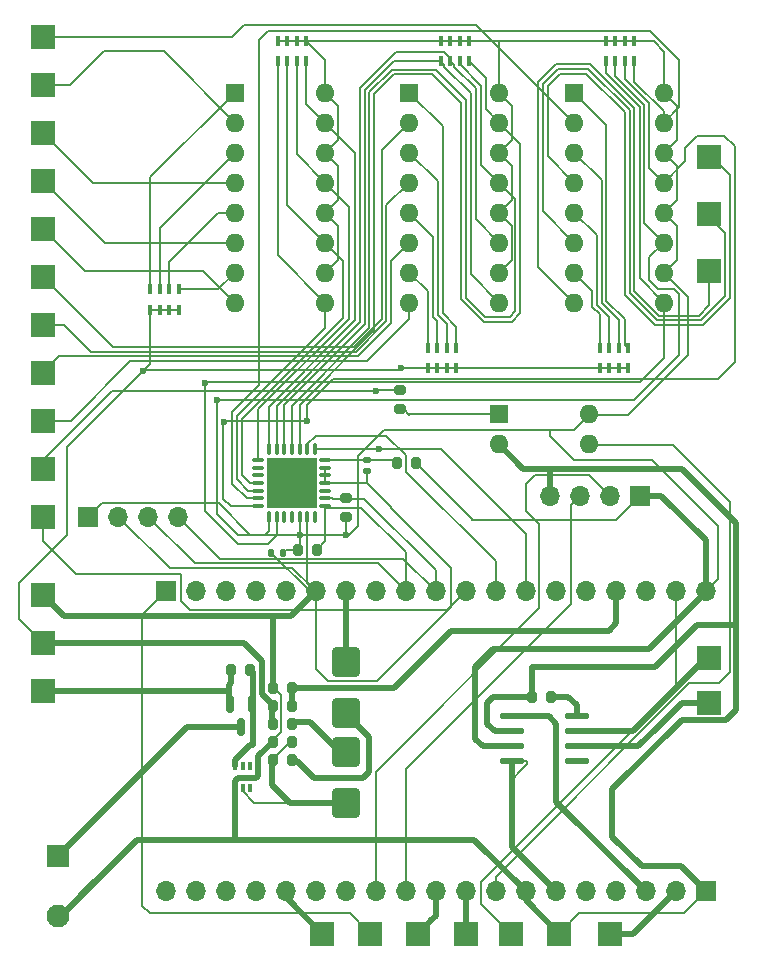
<source format=gbr>
%TF.GenerationSoftware,KiCad,Pcbnew,8.0.9-8.0.9-0~ubuntu22.04.1*%
%TF.CreationDate,2025-03-06T09:29:29+01:00*%
%TF.ProjectId,BrakeOutBoard,4272616b-654f-4757-9442-6f6172642e6b,rev?*%
%TF.SameCoordinates,Original*%
%TF.FileFunction,Copper,L1,Top*%
%TF.FilePolarity,Positive*%
%FSLAX46Y46*%
G04 Gerber Fmt 4.6, Leading zero omitted, Abs format (unit mm)*
G04 Created by KiCad (PCBNEW 8.0.9-8.0.9-0~ubuntu22.04.1) date 2025-03-06 09:29:29*
%MOMM*%
%LPD*%
G01*
G04 APERTURE LIST*
G04 Aperture macros list*
%AMRoundRect*
0 Rectangle with rounded corners*
0 $1 Rounding radius*
0 $2 $3 $4 $5 $6 $7 $8 $9 X,Y pos of 4 corners*
0 Add a 4 corners polygon primitive as box body*
4,1,4,$2,$3,$4,$5,$6,$7,$8,$9,$2,$3,0*
0 Add four circle primitives for the rounded corners*
1,1,$1+$1,$2,$3*
1,1,$1+$1,$4,$5*
1,1,$1+$1,$6,$7*
1,1,$1+$1,$8,$9*
0 Add four rect primitives between the rounded corners*
20,1,$1+$1,$2,$3,$4,$5,0*
20,1,$1+$1,$4,$5,$6,$7,0*
20,1,$1+$1,$6,$7,$8,$9,0*
20,1,$1+$1,$8,$9,$2,$3,0*%
G04 Aperture macros list end*
%TA.AperFunction,ComponentPad*%
%ADD10R,1.600000X1.600000*%
%TD*%
%TA.AperFunction,ComponentPad*%
%ADD11O,1.600000X1.600000*%
%TD*%
%TA.AperFunction,SMDPad,CuDef*%
%ADD12RoundRect,0.200000X0.200000X0.275000X-0.200000X0.275000X-0.200000X-0.275000X0.200000X-0.275000X0*%
%TD*%
%TA.AperFunction,SMDPad,CuDef*%
%ADD13RoundRect,0.150000X-0.150000X0.590000X-0.150000X-0.590000X0.150000X-0.590000X0.150000X0.590000X0*%
%TD*%
%TA.AperFunction,ComponentPad*%
%ADD14RoundRect,0.250001X0.799999X-0.799999X0.799999X0.799999X-0.799999X0.799999X-0.799999X-0.799999X0*%
%TD*%
%TA.AperFunction,ComponentPad*%
%ADD15RoundRect,0.250001X0.799999X0.799999X-0.799999X0.799999X-0.799999X-0.799999X0.799999X-0.799999X0*%
%TD*%
%TA.AperFunction,ComponentPad*%
%ADD16R,1.950000X1.950000*%
%TD*%
%TA.AperFunction,ComponentPad*%
%ADD17C,1.950000*%
%TD*%
%TA.AperFunction,SMDPad,CuDef*%
%ADD18RoundRect,0.200000X-0.275000X0.200000X-0.275000X-0.200000X0.275000X-0.200000X0.275000X0.200000X0*%
%TD*%
%TA.AperFunction,SMDPad,CuDef*%
%ADD19O,0.400000X0.900000*%
%TD*%
%TA.AperFunction,ComponentPad*%
%ADD20RoundRect,0.250001X-0.799999X-0.799999X0.799999X-0.799999X0.799999X0.799999X-0.799999X0.799999X0*%
%TD*%
%TA.AperFunction,SMDPad,CuDef*%
%ADD21RoundRect,0.100000X0.100000X-0.225000X0.100000X0.225000X-0.100000X0.225000X-0.100000X-0.225000X0*%
%TD*%
%TA.AperFunction,SMDPad,CuDef*%
%ADD22RoundRect,0.200000X-0.200000X-0.275000X0.200000X-0.275000X0.200000X0.275000X-0.200000X0.275000X0*%
%TD*%
%TA.AperFunction,ComponentPad*%
%ADD23RoundRect,0.250001X-0.799999X0.799999X-0.799999X-0.799999X0.799999X-0.799999X0.799999X0.799999X0*%
%TD*%
%TA.AperFunction,ComponentPad*%
%ADD24R,1.700000X1.700000*%
%TD*%
%TA.AperFunction,ComponentPad*%
%ADD25O,1.700000X1.700000*%
%TD*%
%TA.AperFunction,SMDPad,CuDef*%
%ADD26O,2.050000X0.590000*%
%TD*%
%TA.AperFunction,SMDPad,CuDef*%
%ADD27RoundRect,0.140000X0.140000X0.170000X-0.140000X0.170000X-0.140000X-0.170000X0.140000X-0.170000X0*%
%TD*%
%TA.AperFunction,SMDPad,CuDef*%
%ADD28RoundRect,0.250000X0.900000X-1.000000X0.900000X1.000000X-0.900000X1.000000X-0.900000X-1.000000X0*%
%TD*%
%TA.AperFunction,SMDPad,CuDef*%
%ADD29RoundRect,0.140000X0.170000X-0.140000X0.170000X0.140000X-0.170000X0.140000X-0.170000X-0.140000X0*%
%TD*%
%TA.AperFunction,SMDPad,CuDef*%
%ADD30RoundRect,0.075000X0.075000X-0.437500X0.075000X0.437500X-0.075000X0.437500X-0.075000X-0.437500X0*%
%TD*%
%TA.AperFunction,SMDPad,CuDef*%
%ADD31RoundRect,0.075000X0.437500X-0.075000X0.437500X0.075000X-0.437500X0.075000X-0.437500X-0.075000X0*%
%TD*%
%TA.AperFunction,HeatsinkPad*%
%ADD32R,4.250000X4.250000*%
%TD*%
%TA.AperFunction,ViaPad*%
%ADD33C,0.600000*%
%TD*%
%TA.AperFunction,Conductor*%
%ADD34C,0.500000*%
%TD*%
%TA.AperFunction,Conductor*%
%ADD35C,0.200000*%
%TD*%
G04 APERTURE END LIST*
D10*
%TO.P,U1,1*%
%TO.N,Net-(R7-Pad5)*%
X158305600Y-81603200D03*
D11*
%TO.P,U1,2*%
%TO.N,/Optocopler/BrakePads*%
X158305600Y-84143200D03*
%TO.P,U1,3*%
%TO.N,Net-(R7-Pad6)*%
X158305600Y-86683200D03*
%TO.P,U1,4*%
%TO.N,/Optocopler/MotorCap*%
X158305600Y-89223200D03*
%TO.P,U1,5*%
%TO.N,Net-(R7-Pad7)*%
X158305600Y-91763200D03*
%TO.P,U1,6*%
%TO.N,/Optocopler/WhiperWater*%
X158305600Y-94303200D03*
%TO.P,U1,7*%
%TO.N,Net-(R7-Pad8)*%
X158305600Y-96843200D03*
%TO.P,U1,8*%
%TO.N,Net-(BF_1-Pin_1)*%
X158305600Y-99383200D03*
%TO.P,U1,9*%
%TO.N,PortExpander GPA2*%
X165925600Y-99383200D03*
%TO.P,U1,10*%
%TO.N,3\u002C3 V from ESP*%
X165925600Y-96843200D03*
%TO.P,U1,11*%
%TO.N,PortExpander GPA3*%
X165925600Y-94303200D03*
%TO.P,U1,12*%
%TO.N,3\u002C3 V from ESP*%
X165925600Y-91763200D03*
%TO.P,U1,13*%
%TO.N,PortExpander GPA1*%
X165925600Y-89223200D03*
%TO.P,U1,14*%
%TO.N,3\u002C3 V from ESP*%
X165925600Y-86683200D03*
%TO.P,U1,15*%
%TO.N,PortExpander GPA0*%
X165925600Y-84143200D03*
%TO.P,U1,16*%
%TO.N,3\u002C3 V from ESP*%
X165925600Y-81603200D03*
%TD*%
D12*
%TO.P,R503,1*%
%TO.N,GPIO 27 (PIN 11)*%
X150489600Y-120297200D03*
%TO.P,R503,2*%
%TO.N,3\u002C3 V from ESP*%
X148849600Y-120297200D03*
%TD*%
D13*
%TO.P,Q2,1,G*%
%TO.N,Net-(Q1A-C1)*%
X145031600Y-133403200D03*
%TO.P,Q2,2,S*%
%TO.N,/Latch_Circuit/K30*%
X143131600Y-133403200D03*
%TO.P,Q2,3,D*%
%TO.N,/Latch_Circuit/12 V out*%
X144081600Y-135283200D03*
%TD*%
D14*
%TO.P,BF_1,1,Pin_1*%
%TO.N,Net-(BF_1-Pin_1)*%
X127317600Y-109375200D03*
%TD*%
D15*
%TO.P,GND_1,1,Pin_1*%
%TO.N,GND*%
X171005600Y-152809200D03*
%TD*%
D16*
%TO.P,USB_OUT_1,1,1*%
%TO.N,/Latch_Circuit/12 V out*%
X128562600Y-146209700D03*
D17*
%TO.P,USB_OUT_1,2,2*%
%TO.N,GND*%
X128562600Y-151289700D03*
%TD*%
D18*
%TO.P,R502,1*%
%TO.N,GPIO 26 (PIN 10)*%
X152971600Y-115921200D03*
%TO.P,R502,2*%
%TO.N,3\u002C3 V from ESP*%
X152971600Y-117561200D03*
%TD*%
D19*
%TO.P,R9,1*%
%TO.N,3\u002C3 V from ESP*%
X149599600Y-77253200D03*
%TO.P,R9,2*%
X148799600Y-77253200D03*
%TO.P,R9,3*%
X147999600Y-77253200D03*
%TO.P,R9,4*%
X147199600Y-77253200D03*
%TO.P,R9,5*%
%TO.N,PortExpander GPB1*%
X147199600Y-78953200D03*
%TO.P,R9,6*%
%TO.N,PortExpander GPB0*%
X147999600Y-78953200D03*
%TO.P,R9,7*%
%TO.N,PortExpander GPA5*%
X148799600Y-78953200D03*
%TO.P,R9,8*%
%TO.N,PortExpander GPA4*%
X149599600Y-78953200D03*
%TD*%
%TO.P,R7,1*%
%TO.N,K15*%
X159899600Y-104953200D03*
%TO.P,R7,2*%
X160699600Y-104953200D03*
%TO.P,R7,3*%
X161499600Y-104953200D03*
%TO.P,R7,4*%
X162299600Y-104953200D03*
%TO.P,R7,5*%
%TO.N,Net-(R7-Pad5)*%
X162299600Y-103253200D03*
%TO.P,R7,6*%
%TO.N,Net-(R7-Pad6)*%
X161499600Y-103253200D03*
%TO.P,R7,7*%
%TO.N,Net-(R7-Pad7)*%
X160699600Y-103253200D03*
%TO.P,R7,8*%
%TO.N,Net-(R7-Pad8)*%
X159899600Y-103253200D03*
%TD*%
D14*
%TO.P,MC_1,1,Pin_1*%
%TO.N,/Optocopler/MotorCap*%
X127317600Y-101247200D03*
%TD*%
D12*
%TO.P,R1,1*%
%TO.N,Net-(Q1A-C1)*%
X144843600Y-130457200D03*
%TO.P,R1,2*%
%TO.N,/Latch_Circuit/K30*%
X143203600Y-130457200D03*
%TD*%
D20*
%TO.P,TFT_DC_1,1,Pin_1*%
%TO.N,Net-(J20-Pin_15)*%
X150939600Y-152809200D03*
%TD*%
%TO.P,CS_1,1,Pin_1*%
%TO.N,Net-(CS_1-Pin_1)*%
X159067600Y-152809200D03*
%TD*%
D21*
%TO.P,Q1,1,E1*%
%TO.N,GND*%
X143543600Y-140485200D03*
%TO.P,Q1,2,B1*%
%TO.N,Net-(Q1A-B1)*%
X144193600Y-140485200D03*
%TO.P,Q1,3*%
%TO.N,N/C*%
X144843600Y-140485200D03*
%TO.P,Q1,4*%
X144843600Y-138585200D03*
%TO.P,Q1,5*%
X144193600Y-138585200D03*
%TO.P,Q1,6,C1*%
%TO.N,Net-(Q1A-C1)*%
X143543600Y-138585200D03*
%TD*%
D22*
%TO.P,R5,1*%
%TO.N,GND*%
X146759600Y-136553200D03*
%TO.P,R5,2*%
%TO.N,Net-(Q1A-B1)*%
X148399600Y-136553200D03*
%TD*%
D23*
%TO.P,MEM_1,1,Pin_1*%
%TO.N,/Optocopler/MemoryButton*%
X183705600Y-91849200D03*
%TD*%
D19*
%TO.P,R301,1*%
%TO.N,K15*%
X136385600Y-99977200D03*
%TO.P,R301,2*%
X137185600Y-99977200D03*
%TO.P,R301,3*%
X137985600Y-99977200D03*
%TO.P,R301,4*%
X138785600Y-99977200D03*
%TO.P,R301,5*%
%TO.N,Net-(R301-Pad5)*%
X138785600Y-98277200D03*
%TO.P,R301,6*%
%TO.N,Net-(R301-Pad6)*%
X137985600Y-98277200D03*
%TO.P,R301,7*%
%TO.N,Net-(R301-Pad7)*%
X137185600Y-98277200D03*
%TO.P,R301,8*%
%TO.N,Net-(R301-Pad8)*%
X136385600Y-98277200D03*
%TD*%
%TO.P,R13,1*%
%TO.N,3\u002C3 V from ESP*%
X177355600Y-77253200D03*
%TO.P,R13,2*%
X176555600Y-77253200D03*
%TO.P,R13,3*%
X175755600Y-77253200D03*
%TO.P,R13,4*%
X174955600Y-77253200D03*
%TO.P,R13,5*%
%TO.N,PortExpander GPB5*%
X174955600Y-78953200D03*
%TO.P,R13,6*%
%TO.N,PortExpander GPB4*%
X175755600Y-78953200D03*
%TO.P,R13,7*%
%TO.N,PortExpander GPB3*%
X176555600Y-78953200D03*
%TO.P,R13,8*%
%TO.N,PortExpander GPB2*%
X177355600Y-78953200D03*
%TD*%
D24*
%TO.P,J20,1,Pin_1*%
%TO.N,GND*%
X183411800Y-149227800D03*
D25*
%TO.P,J20,2,Pin_2*%
%TO.N,Net-(J20-Pin_2)*%
X180871800Y-149227800D03*
%TO.P,J20,3,Pin_3*%
%TO.N,CAN Modul CTX*%
X178331800Y-149227800D03*
%TO.P,J20,4,Pin_4*%
%TO.N,unconnected-(J20-Pin_4-Pad4)*%
X175791800Y-149227800D03*
%TO.P,J20,5,Pin_5*%
%TO.N,unconnected-(J20-Pin_5-Pad5)*%
X173251800Y-149227800D03*
%TO.P,J20,6,Pin_6*%
%TO.N,CAN Modul RTX*%
X170711800Y-149227800D03*
%TO.P,J20,7,Pin_7*%
%TO.N,GND*%
X168171800Y-149227800D03*
%TO.P,J20,8,Pin_8*%
%TO.N,GPIO 19 (PIN 31)*%
X165631800Y-149227800D03*
%TO.P,J20,9,Pin_9*%
%TO.N,Net-(J20-Pin_9)*%
X163091800Y-149227800D03*
%TO.P,J20,10,Pin_10*%
%TO.N,Net-(CS_1-Pin_1)*%
X160551800Y-149227800D03*
%TO.P,J20,11,Pin_11*%
%TO.N,GPIO 17 (PIN 28)*%
X158011800Y-149227800D03*
%TO.P,J20,12,Pin_12*%
%TO.N,GPIO 16 (PIN 27)*%
X155471800Y-149227800D03*
%TO.P,J20,13,Pin_13*%
%TO.N,GPIO 4 (PIN 26)*%
X152931800Y-149227800D03*
%TO.P,J20,14,Pin_14*%
%TO.N,GPIO 0 (PIN 25)*%
X150391800Y-149227800D03*
%TO.P,J20,15,Pin_15*%
%TO.N,Net-(J20-Pin_15)*%
X147851800Y-149227800D03*
%TO.P,J20,16,Pin_16*%
%TO.N,unconnected-(J20-Pin_16-Pad16)*%
X145311800Y-149227800D03*
%TO.P,J20,17,Pin_17*%
%TO.N,unconnected-(J20-Pin_17-Pad17)*%
X142771800Y-149227800D03*
%TO.P,J20,18,Pin_18*%
%TO.N,unconnected-(J20-Pin_18-Pad18)*%
X140231800Y-149227800D03*
%TO.P,J20,19,Pin_19*%
%TO.N,unconnected-(J20-Pin_19-Pad19)*%
X137691800Y-149227800D03*
%TD*%
D26*
%TO.P,U101,1,D*%
%TO.N,CAN Modul CTX*%
X166965600Y-134389200D03*
%TO.P,U101,2,GND*%
%TO.N,GND*%
X166965600Y-135659200D03*
%TO.P,U101,3,VCC*%
%TO.N,3\u002C3 V from ESP*%
X166965600Y-136939200D03*
%TO.P,U101,4,R*%
%TO.N,CAN Modul RTX*%
X166965600Y-138209200D03*
%TO.P,U101,5,VREF*%
%TO.N,unconnected-(U101-VREF-Pad5)*%
X172505600Y-138209200D03*
%TO.P,U101,6,CANL*%
%TO.N,/CAN Modul/CAN_L*%
X172505600Y-136939200D03*
%TO.P,U101,7,CANH*%
%TO.N,/CAN Modul/CAN_H*%
X172505600Y-135659200D03*
%TO.P,U101,8,RS*%
%TO.N,Net-(U101-RS)*%
X172505600Y-134389200D03*
%TD*%
D20*
%TO.P,5V_1,1,Pin_1*%
%TO.N,Net-(5V_1-Pin_1)*%
X155003600Y-152809200D03*
%TD*%
D14*
%TO.P,WW_1,1,Pin_1*%
%TO.N,/Optocopler/WhiperWater*%
X127317600Y-105311200D03*
%TD*%
D24*
%TO.P,J5,1,Pin_1*%
%TO.N,Net-(5V_1-Pin_1)*%
X137691800Y-123827800D03*
D25*
%TO.P,J5,2,Pin_2*%
%TO.N,unconnected-(J5-Pin_2-Pad2)*%
X140231800Y-123827800D03*
%TO.P,J5,3,Pin_3*%
%TO.N,unconnected-(J5-Pin_3-Pad3)*%
X142771800Y-123827800D03*
%TO.P,J5,4,Pin_4*%
%TO.N,unconnected-(J5-Pin_4-Pad4)*%
X145311800Y-123827800D03*
%TO.P,J5,5,Pin_5*%
%TO.N,GPIO 13 (PIN 15)*%
X147851800Y-123827800D03*
%TO.P,J5,6,Pin_6*%
%TO.N,GND*%
X150391800Y-123827800D03*
%TO.P,J5,7,Pin_7*%
%TO.N,StayOn*%
X152931800Y-123827800D03*
%TO.P,J5,8,Pin_8*%
%TO.N,GPIO 14 (PIN 12)*%
X155471800Y-123827800D03*
%TO.P,J5,9,Pin_9*%
%TO.N,GPIO 27 (PIN 11)*%
X158011800Y-123827800D03*
%TO.P,J5,10,Pin_10*%
%TO.N,GPIO 26 (PIN 10)*%
X160551800Y-123827800D03*
%TO.P,J5,11,Pin_11*%
%TO.N,Net-(J5-Pin_11)*%
X163091800Y-123827800D03*
%TO.P,J5,12,Pin_12*%
%TO.N,GPIO 33 (PIN 8)*%
X165631800Y-123827800D03*
%TO.P,J5,13,Pin_13*%
%TO.N,GPIO 32 (PIN 7)*%
X168171800Y-123827800D03*
%TO.P,J5,14,Pin_14*%
%TO.N,GPIO 35 (PIN 6)*%
X170711800Y-123827800D03*
%TO.P,J5,15,Pin_15*%
%TO.N,GPIO 34 (PIN 5)*%
X173251800Y-123827800D03*
%TO.P,J5,16,Pin_16*%
%TO.N,VoltMeasurement*%
X175791800Y-123827800D03*
%TO.P,J5,17,Pin_17*%
%TO.N,unconnected-(J5-Pin_17-Pad17)*%
X178331800Y-123827800D03*
%TO.P,J5,18,Pin_18*%
%TO.N,Net-(J5-Pin_18)*%
X180871800Y-123827800D03*
%TO.P,J5,19,Pin_19*%
%TO.N,3\u002C3 V from ESP*%
X183411800Y-123827800D03*
%TD*%
D14*
%TO.P,K30,1,Pin_1*%
%TO.N,/Latch_Circuit/K30*%
X127317600Y-132235200D03*
%TD*%
%TO.P,K31,1,Pin_1*%
%TO.N,GND*%
X127317600Y-124107200D03*
%TD*%
%TO.P,SD_1,1,Pin_1*%
%TO.N,/Optocopler/SlidingDoor*%
X127317600Y-84991200D03*
%TD*%
D27*
%TO.P,C501,1*%
%TO.N,3\u002C3 V from ESP*%
X147637600Y-120551200D03*
%TO.P,C501,2*%
%TO.N,GND*%
X146637600Y-120551200D03*
%TD*%
D24*
%TO.P,GPS_1,1,Pin_1*%
%TO.N,3\u002C3 V from ESP*%
X177863600Y-115725200D03*
D25*
%TO.P,GPS_1,2,Pin_2*%
%TO.N,GPIO 16 (PIN 27)*%
X175323600Y-115725200D03*
%TO.P,GPS_1,3,Pin_3*%
%TO.N,GPIO 17 (PIN 28)*%
X172783600Y-115725200D03*
%TO.P,GPS_1,4,Pin_4*%
%TO.N,GND*%
X170243600Y-115725200D03*
%TD*%
D28*
%TO.P,D2,1*%
%TO.N,Net-(Q1A-B1)*%
X152971600Y-141751200D03*
%TO.P,D2,2*%
%TO.N,Net-(D2-Pad2)*%
X152971600Y-137451200D03*
%TD*%
D23*
%TO.P,MODE_1,1,Pin_1*%
%TO.N,/Optocopler/ModeButton*%
X183705600Y-87023200D03*
%TD*%
D12*
%TO.P,R101,1*%
%TO.N,Net-(U101-RS)*%
X170301600Y-132743200D03*
%TO.P,R101,2*%
%TO.N,GND*%
X168661600Y-132743200D03*
%TD*%
D22*
%TO.P,R2,1*%
%TO.N,K15*%
X146759600Y-133505200D03*
%TO.P,R2,2*%
%TO.N,VoltMeasurement*%
X148399600Y-133505200D03*
%TD*%
D10*
%TO.P,U4,1*%
%TO.N,Net-(R11-Pad5)*%
X172273100Y-81603200D03*
D11*
%TO.P,U4,2*%
%TO.N,/Optocopler/Trunk*%
X172273100Y-84143200D03*
%TO.P,U4,3*%
%TO.N,Net-(R11-Pad6)*%
X172273100Y-86683200D03*
%TO.P,U4,4*%
%TO.N,/Optocopler/ModeButton*%
X172273100Y-89223200D03*
%TO.P,U4,5*%
%TO.N,Net-(R11-Pad7)*%
X172273100Y-91763200D03*
%TO.P,U4,6*%
%TO.N,/Optocopler/MemoryButton*%
X172273100Y-94303200D03*
%TO.P,U4,7*%
%TO.N,Net-(R11-Pad8)*%
X172273100Y-96843200D03*
%TO.P,U4,8*%
%TO.N,/Optocopler/ResetButton*%
X172273100Y-99383200D03*
%TO.P,U4,9*%
%TO.N,PortExpander GPB5*%
X179893100Y-99383200D03*
%TO.P,U4,10*%
%TO.N,3\u002C3 V from ESP*%
X179893100Y-96843200D03*
%TO.P,U4,11*%
%TO.N,PortExpander GPB4*%
X179893100Y-94303200D03*
%TO.P,U4,12*%
%TO.N,3\u002C3 V from ESP*%
X179893100Y-91763200D03*
%TO.P,U4,13*%
%TO.N,PortExpander GPB3*%
X179893100Y-89223200D03*
%TO.P,U4,14*%
%TO.N,3\u002C3 V from ESP*%
X179893100Y-86683200D03*
%TO.P,U4,15*%
%TO.N,PortExpander GPB2*%
X179893100Y-84143200D03*
%TO.P,U4,16*%
%TO.N,3\u002C3 V from ESP*%
X179893100Y-81603200D03*
%TD*%
D23*
%TO.P,CAN_L_1,1,Pin_1*%
%TO.N,/CAN Modul/CAN_L*%
X183705600Y-133251200D03*
%TD*%
D10*
%TO.P,U2,1*%
%TO.N,Net-(R301-Pad8)*%
X143573600Y-81603200D03*
D11*
%TO.P,U2,2*%
%TO.N,/Optocopler/DoorRight*%
X143573600Y-84143200D03*
%TO.P,U2,3*%
%TO.N,Net-(R301-Pad7)*%
X143573600Y-86683200D03*
%TO.P,U2,4*%
%TO.N,/Optocopler/SlidingDoor*%
X143573600Y-89223200D03*
%TO.P,U2,5*%
%TO.N,Net-(R301-Pad6)*%
X143573600Y-91763200D03*
%TO.P,U2,6*%
%TO.N,/Optocopler/OilPresure*%
X143573600Y-94303200D03*
%TO.P,U2,7*%
%TO.N,Net-(R301-Pad5)*%
X143573600Y-96843200D03*
%TO.P,U2,8*%
%TO.N,/Optocopler/Coolant*%
X143573600Y-99383200D03*
%TO.P,U2,9*%
%TO.N,PortExpander GPB1*%
X151193600Y-99383200D03*
%TO.P,U2,10*%
%TO.N,3\u002C3 V from ESP*%
X151193600Y-96843200D03*
%TO.P,U2,11*%
%TO.N,PortExpander GPB0*%
X151193600Y-94303200D03*
%TO.P,U2,12*%
%TO.N,3\u002C3 V from ESP*%
X151193600Y-91763200D03*
%TO.P,U2,13*%
%TO.N,PortExpander GPA5*%
X151193600Y-89223200D03*
%TO.P,U2,14*%
%TO.N,3\u002C3 V from ESP*%
X151193600Y-86683200D03*
%TO.P,U2,15*%
%TO.N,PortExpander GPA4*%
X151193600Y-84143200D03*
%TO.P,U2,16*%
%TO.N,3\u002C3 V from ESP*%
X151193600Y-81603200D03*
%TD*%
D14*
%TO.P,OP_1,1,Pin_1*%
%TO.N,/Optocopler/OilPresure*%
X127317600Y-89055200D03*
%TD*%
D20*
%TO.P,SLK_1,1,Pin_1*%
%TO.N,Net-(J20-Pin_9)*%
X163131600Y-152809200D03*
%TD*%
D24*
%TO.P,BME_280,1,Pin_1*%
%TO.N,3\u002C3 V from ESP*%
X131127600Y-117503200D03*
D25*
%TO.P,BME_280,2,Pin_2*%
%TO.N,GND*%
X133667600Y-117503200D03*
%TO.P,BME_280,3,Pin_3*%
%TO.N,GPIO 27 (PIN 11)*%
X136207600Y-117503200D03*
%TO.P,BME_280,4,Pin_4*%
%TO.N,GPIO 26 (PIN 10)*%
X138747600Y-117503200D03*
%TD*%
D22*
%TO.P,R4,1*%
%TO.N,Net-(Q1A-B1)*%
X146759600Y-138077200D03*
%TO.P,R4,2*%
%TO.N,Net-(D1-Pad1)*%
X148399600Y-138077200D03*
%TD*%
D14*
%TO.P,K15,1,Pin_1*%
%TO.N,K15*%
X127317600Y-128171200D03*
%TD*%
D23*
%TO.P,CAN_H_1,1,Pin_1*%
%TO.N,/CAN Modul/CAN_H*%
X183705600Y-129441200D03*
%TD*%
D22*
%TO.P,R6,1*%
%TO.N,K15*%
X146759600Y-135029200D03*
%TO.P,R6,2*%
%TO.N,Net-(D2-Pad2)*%
X148399600Y-135029200D03*
%TD*%
D18*
%TO.P,R12,1*%
%TO.N,Net-(OS_1-Pin_1)*%
X157543600Y-106777200D03*
%TO.P,R12,2*%
%TO.N,Net-(R12-Pad2)*%
X157543600Y-108417200D03*
%TD*%
D14*
%TO.P,RD_1,1,Pin_1*%
%TO.N,/Optocopler/DoorRight*%
X127317600Y-80927200D03*
%TD*%
D10*
%TO.P,U3,1*%
%TO.N,Net-(R12-Pad2)*%
X165935600Y-108862200D03*
D11*
%TO.P,U3,2*%
%TO.N,GND*%
X165935600Y-111402200D03*
%TO.P,U3,3*%
%TO.N,GPIO 19 (PIN 31)*%
X173555600Y-111402200D03*
%TO.P,U3,4*%
%TO.N,3\u002C3 V from ESP*%
X173555600Y-108862200D03*
%TD*%
D14*
%TO.P,BP_1,1,Pin_1*%
%TO.N,/Optocopler/BrakePads*%
X127317600Y-97183200D03*
%TD*%
%TO.P,OL_LED_1,1,Pin_1*%
%TO.N,Net-(J5-Pin_11)*%
X127317600Y-117503200D03*
%TD*%
D29*
%TO.P,C502,1*%
%TO.N,GND*%
X154749600Y-113685200D03*
%TO.P,C502,2*%
%TO.N,Net-(U501-~{RESET})*%
X154749600Y-112685200D03*
%TD*%
D28*
%TO.P,D1,1*%
%TO.N,Net-(D1-Pad1)*%
X152971600Y-134131200D03*
%TO.P,D1,2*%
%TO.N,StayOn*%
X152971600Y-129831200D03*
%TD*%
D15*
%TO.P,RST_1,1,Pin_1*%
%TO.N,Net-(J5-Pin_18)*%
X166941600Y-152809200D03*
%TD*%
D12*
%TO.P,R501,1*%
%TO.N,3\u002C3 V from ESP*%
X158871600Y-112931200D03*
%TO.P,R501,2*%
%TO.N,Net-(U501-~{RESET})*%
X157231600Y-112931200D03*
%TD*%
D14*
%TO.P,OS_1,1,Pin_1*%
%TO.N,Net-(OS_1-Pin_1)*%
X127317600Y-113439200D03*
%TD*%
D30*
%TO.P,U501,1,GPB4*%
%TO.N,PortExpander GPB4*%
X146419600Y-117503200D03*
%TO.P,U501,2,GPB5*%
%TO.N,PortExpander GPB5*%
X147069600Y-117503200D03*
%TO.P,U501,3,GPB6*%
%TO.N,unconnected-(U501-GPB6-Pad3)*%
X147719600Y-117503200D03*
%TO.P,U501,4,GPB7*%
%TO.N,unconnected-(U501-GPB7-Pad4)*%
X148369600Y-117503200D03*
%TO.P,U501,5,VDD*%
%TO.N,3\u002C3 V from ESP*%
X149019600Y-117503200D03*
%TO.P,U501,6,VSS*%
%TO.N,GND*%
X149669600Y-117503200D03*
%TO.P,U501,7,NC*%
%TO.N,unconnected-(U501-NC-Pad7)*%
X150319600Y-117503200D03*
D31*
%TO.P,U501,8,SCK*%
%TO.N,GPIO 27 (PIN 11)*%
X151207100Y-116615700D03*
%TO.P,U501,9,SDA*%
%TO.N,GPIO 26 (PIN 10)*%
X151207100Y-115965700D03*
%TO.P,U501,10,NC*%
%TO.N,unconnected-(U501-NC-Pad10)*%
X151207100Y-115315700D03*
%TO.P,U501,11,A0*%
%TO.N,GND*%
X151207100Y-114665700D03*
%TO.P,U501,12,A1*%
X151207100Y-114015700D03*
%TO.P,U501,13,A2*%
X151207100Y-113365700D03*
%TO.P,U501,14,~{RESET}*%
%TO.N,Net-(U501-~{RESET})*%
X151207100Y-112715700D03*
D30*
%TO.P,U501,15,INTB*%
%TO.N,GPIO 32 (PIN 7)*%
X150319600Y-111828200D03*
%TO.P,U501,16,INTA*%
%TO.N,GPIO 33 (PIN 8)*%
X149669600Y-111828200D03*
%TO.P,U501,17,GPA0*%
%TO.N,PortExpander GPA0*%
X149019600Y-111828200D03*
%TO.P,U501,18,GPA1*%
%TO.N,PortExpander GPA1*%
X148369600Y-111828200D03*
%TO.P,U501,19,GPA2*%
%TO.N,PortExpander GPA2*%
X147719600Y-111828200D03*
%TO.P,U501,20,GPA3*%
%TO.N,PortExpander GPA3*%
X147069600Y-111828200D03*
%TO.P,U501,21,GPA4*%
%TO.N,PortExpander GPA4*%
X146419600Y-111828200D03*
D31*
%TO.P,U501,22,GPA5*%
%TO.N,PortExpander GPA5*%
X145532100Y-112715700D03*
%TO.P,U501,23,GPA6*%
%TO.N,unconnected-(U501-GPA6-Pad23)*%
X145532100Y-113365700D03*
%TO.P,U501,24,GPA7*%
%TO.N,unconnected-(U501-GPA7-Pad24)*%
X145532100Y-114015700D03*
%TO.P,U501,25,GPB0*%
%TO.N,PortExpander GPB0*%
X145532100Y-114665700D03*
%TO.P,U501,26,GPB1*%
%TO.N,PortExpander GPB1*%
X145532100Y-115315700D03*
%TO.P,U501,27,GPB2*%
%TO.N,PortExpander GPB2*%
X145532100Y-115965700D03*
%TO.P,U501,28,GPB3*%
%TO.N,PortExpander GPB3*%
X145532100Y-116615700D03*
D32*
%TO.P,U501,29,EP*%
%TO.N,unconnected-(U501-EP-Pad29)*%
X148369600Y-114665700D03*
%TD*%
D14*
%TO.P,Cool_1,1,Pin_1*%
%TO.N,/Optocopler/Coolant*%
X127317600Y-93119200D03*
%TD*%
D20*
%TO.P,MOSi_1,1,Pin_1*%
%TO.N,Net-(J20-Pin_2)*%
X175323600Y-152809200D03*
%TD*%
D19*
%TO.P,R10,1*%
%TO.N,3\u002C3 V from ESP*%
X163385600Y-77253200D03*
%TO.P,R10,2*%
X162585600Y-77253200D03*
%TO.P,R10,3*%
X161785600Y-77253200D03*
%TO.P,R10,4*%
X160985600Y-77253200D03*
%TO.P,R10,5*%
%TO.N,PortExpander GPA2*%
X160985600Y-78953200D03*
%TO.P,R10,6*%
%TO.N,PortExpander GPA3*%
X161785600Y-78953200D03*
%TO.P,R10,7*%
%TO.N,PortExpander GPA1*%
X162585600Y-78953200D03*
%TO.P,R10,8*%
%TO.N,PortExpander GPA0*%
X163385600Y-78953200D03*
%TD*%
D23*
%TO.P,RESET_1,1,Pin_1*%
%TO.N,/Optocopler/ResetButton*%
X183705600Y-96675200D03*
%TD*%
D19*
%TO.P,R11,1*%
%TO.N,K15*%
X174447600Y-104953200D03*
%TO.P,R11,2*%
X175247600Y-104953200D03*
%TO.P,R11,3*%
X176047600Y-104953200D03*
%TO.P,R11,4*%
X176847600Y-104953200D03*
%TO.P,R11,5*%
%TO.N,Net-(R11-Pad5)*%
X176847600Y-103253200D03*
%TO.P,R11,6*%
%TO.N,Net-(R11-Pad6)*%
X176047600Y-103253200D03*
%TO.P,R11,7*%
%TO.N,Net-(R11-Pad7)*%
X175247600Y-103253200D03*
%TO.P,R11,8*%
%TO.N,Net-(R11-Pad8)*%
X174447600Y-103253200D03*
%TD*%
D23*
%TO.P,TR_1,1,Pin_1*%
%TO.N,/Optocopler/Trunk*%
X127317600Y-76863200D03*
%TD*%
D12*
%TO.P,R3,1*%
%TO.N,VoltMeasurement*%
X148399600Y-131981200D03*
%TO.P,R3,2*%
%TO.N,GND*%
X146759600Y-131981200D03*
%TD*%
D33*
%TO.N,K15*%
X135788800Y-105146400D03*
X157647600Y-104953200D03*
%TO.N,GPIO 32 (PIN 7)*%
X155765600Y-111828000D03*
%TO.N,3\u002C3 V from ESP*%
X149019600Y-119027200D03*
X152971600Y-119027200D03*
%TO.N,PortExpander GPB4*%
X142049600Y-107597200D03*
%TO.N,PortExpander GPB3*%
X149669600Y-109375200D03*
X142649600Y-109467200D03*
%TO.N,PortExpander GPB5*%
X141033600Y-106235200D03*
%TO.N,Net-(OS_1-Pin_1)*%
X155511600Y-106835200D03*
%TD*%
D34*
%TO.N,Net-(D1-Pad1)*%
X154938000Y-136172000D02*
X152972000Y-134206000D01*
X148852000Y-138289000D02*
X149310000Y-138746000D01*
X154380000Y-139661000D02*
X154938000Y-139102000D01*
X148395000Y-137832000D02*
X148852000Y-138289000D01*
D35*
X148852000Y-138289000D02*
X148611000Y-138289000D01*
D34*
X150224000Y-139661000D02*
X154380000Y-139661000D01*
D35*
X149069000Y-138746000D02*
X148734000Y-138412000D01*
D34*
X154938000Y-139102000D02*
X154938000Y-136172000D01*
X149310000Y-138746000D02*
X150224000Y-139661000D01*
D35*
X149310000Y-138746000D02*
X149069000Y-138746000D01*
D34*
%TO.N,Net-(D2-Pad2)*%
X152331000Y-137359000D02*
X149909000Y-134937000D01*
X149909000Y-134937000D02*
X148492000Y-134937000D01*
%TO.N,GND*%
X167972600Y-113439200D02*
X170243600Y-113439200D01*
X164910000Y-135029000D02*
X165540000Y-135659000D01*
X146760000Y-126000600D02*
X146760000Y-130610000D01*
X181419600Y-113439200D02*
X185992000Y-118011600D01*
X185992000Y-126647200D02*
X185992000Y-127155200D01*
D35*
X156781600Y-116741200D02*
X156781600Y-116697700D01*
D34*
X165418000Y-132743000D02*
X164910000Y-133251000D01*
D35*
X147253000Y-132414000D02*
X147102000Y-132264000D01*
D34*
X148334000Y-125885000D02*
X150069000Y-124150000D01*
D35*
X146760000Y-136427000D02*
X147115000Y-136072000D01*
X149669600Y-123105600D02*
X150391800Y-123827800D01*
D34*
X168662000Y-132742800D02*
X168662000Y-130203200D01*
D35*
X147115000Y-136072000D02*
X147478000Y-135710000D01*
D34*
X168172000Y-149228000D02*
X168172000Y-149975000D01*
D35*
X154749600Y-113685200D02*
X154749600Y-114665700D01*
D34*
X163803000Y-144859000D02*
X168171800Y-149227800D01*
D35*
X151207100Y-114665700D02*
X154749600Y-114665700D01*
D34*
X143573600Y-144859000D02*
X163803000Y-144859000D01*
D35*
X161861600Y-125123200D02*
X161861600Y-121821200D01*
X149669600Y-117503200D02*
X149669600Y-123105600D01*
X147102000Y-132264000D02*
X147042000Y-132264000D01*
D34*
X145494000Y-137819000D02*
X145494000Y-139459000D01*
D35*
X146637600Y-120551200D02*
X149914200Y-123827800D01*
X150391800Y-130417400D02*
X151405600Y-131431200D01*
X146760000Y-130610000D02*
X146760000Y-131296000D01*
D34*
X164910000Y-133251000D02*
X164910000Y-135029000D01*
X128563000Y-151544000D02*
X131829000Y-148278000D01*
D35*
X147115000Y-136072000D02*
X146760000Y-136428000D01*
X151207000Y-113366000D02*
X151207000Y-113854000D01*
X147102000Y-132264000D02*
X146727000Y-131889000D01*
D34*
X175511600Y-140603200D02*
X181363600Y-134751200D01*
X185992000Y-133872800D02*
X185992000Y-127155200D01*
D35*
X151405600Y-131431200D02*
X155553600Y-131431200D01*
D34*
X168172000Y-149975000D02*
X171005900Y-152808900D01*
X143544000Y-144829400D02*
X143573600Y-144859000D01*
X185991800Y-126647000D02*
X185992000Y-126647200D01*
X165418000Y-132743000D02*
X168661800Y-132743000D01*
X170243600Y-113439200D02*
X181419600Y-113439200D01*
X185113600Y-134751200D02*
X185992000Y-133872800D01*
X127318000Y-124107000D02*
X129096000Y-125885000D01*
D35*
X155553600Y-131431200D02*
X161861600Y-125123200D01*
D34*
X165540000Y-135659000D02*
X166965000Y-135659000D01*
X181287200Y-147103200D02*
X178011600Y-147103200D01*
X178011600Y-147103200D02*
X175511600Y-144603200D01*
X175511600Y-144603200D02*
X175511600Y-140603200D01*
D35*
X151207000Y-113935000D02*
X151207000Y-114015700D01*
D34*
X146759800Y-136553200D02*
X145494000Y-137819000D01*
D35*
X156781600Y-116697700D02*
X154749600Y-114665700D01*
X150391800Y-123827800D02*
X150391800Y-130417400D01*
D34*
X185992000Y-127155200D02*
X185992000Y-127917000D01*
D35*
X161861600Y-121821200D02*
X156781600Y-116741200D01*
D34*
X145494000Y-139459000D02*
X145352000Y-139601000D01*
X146760000Y-130610000D02*
X146760000Y-131296000D01*
X168661000Y-132743000D02*
X165418000Y-132743000D01*
X145352000Y-139601000D02*
X143822000Y-139601000D01*
X183411800Y-149227800D02*
X181287200Y-147103200D01*
D35*
X131574000Y-148278000D02*
X131829000Y-148278000D01*
D34*
X185992000Y-127917000D02*
X185992000Y-118011600D01*
D35*
X151207000Y-113854000D02*
X151207000Y-113935000D01*
D34*
X181363600Y-134751200D02*
X185113600Y-134751200D01*
D35*
X147478000Y-135710000D02*
X147478000Y-132639000D01*
D34*
X146875600Y-125885000D02*
X146760000Y-126000600D01*
X183412000Y-149228000D02*
X183412000Y-149202800D01*
D35*
X128563000Y-151290000D02*
X131574000Y-148278000D01*
D34*
X143544000Y-139880000D02*
X143544000Y-144829400D01*
X131829000Y-148278000D02*
X135247000Y-144859000D01*
X146760000Y-131296000D02*
X146760000Y-131981000D01*
X165935600Y-111402200D02*
X167972600Y-113439200D01*
X170243600Y-115725200D02*
X170243600Y-113439200D01*
X168662000Y-130203200D02*
X179133800Y-130203200D01*
X143822000Y-139601000D02*
X143544000Y-139880000D01*
X129096000Y-125885000D02*
X148334000Y-125885000D01*
D35*
X151207000Y-114016000D02*
X151207000Y-114666000D01*
D34*
X182690000Y-126647000D02*
X185991800Y-126647000D01*
X179133800Y-130203200D02*
X182690000Y-126647000D01*
X135247000Y-144859000D02*
X143573600Y-144859000D01*
D35*
X147478000Y-132639000D02*
X147253000Y-132414000D01*
%TO.N,Net-(Q1A-B1)*%
X148045000Y-136782000D02*
X148132000Y-136695000D01*
D34*
X148182200Y-141751200D02*
X152971600Y-141751200D01*
D35*
X144194000Y-140741000D02*
X144194000Y-140742000D01*
X148045000Y-136782000D02*
X148171000Y-136782000D01*
D34*
X146702000Y-139052000D02*
X146702000Y-138442000D01*
D35*
X146702000Y-139052000D02*
X146760000Y-138994000D01*
D34*
X146702000Y-140271000D02*
X146702000Y-139052000D01*
D35*
X146760000Y-138994000D02*
X146760000Y-138447000D01*
X145072901Y-141657899D02*
X145074000Y-141659000D01*
X145072901Y-141657899D02*
X145166202Y-141751200D01*
D34*
X146702000Y-138442000D02*
X146702000Y-137832000D01*
D35*
X145166202Y-141751200D02*
X148182200Y-141751200D01*
X144194000Y-140741000D02*
X144194000Y-140705000D01*
X144194000Y-140778000D02*
X145072901Y-141657899D01*
D34*
X146702000Y-140271000D02*
X148182200Y-141751200D01*
D35*
X144194000Y-140742000D02*
X144194000Y-140778000D01*
X148045000Y-136782000D02*
X146760000Y-138067000D01*
D34*
%TO.N,CAN Modul CTX*%
X170752000Y-141648000D02*
X178331800Y-149227800D01*
X170752000Y-135029000D02*
X170752000Y-141648000D01*
X166966000Y-134389000D02*
X170112000Y-134389000D01*
X170112000Y-134389000D02*
X170752000Y-135029000D01*
D35*
%TO.N,CAN Modul RTX*%
X167752000Y-138996000D02*
X167753000Y-138996000D01*
X166966000Y-138209000D02*
X168292000Y-138209000D01*
D34*
X166966000Y-139783000D02*
X166966000Y-145482000D01*
D35*
X166966000Y-139783000D02*
X167752000Y-138996000D01*
X168028100Y-138720600D02*
X168292000Y-138456000D01*
D34*
X166966000Y-138209000D02*
X166966000Y-139783000D01*
D35*
X167753000Y-138996000D02*
X167915000Y-138834000D01*
X168028100Y-138720600D02*
X168292300Y-138456400D01*
X168292000Y-138456000D02*
X168292000Y-138209000D01*
X168292300Y-138456400D02*
X168292300Y-138209200D01*
X167752000Y-138996000D02*
X168292000Y-138456000D01*
D34*
X166966000Y-145482000D02*
X170711800Y-149227800D01*
D35*
X167915000Y-138834000D02*
X168028100Y-138720600D01*
X166965600Y-138209200D02*
X168292300Y-138209200D01*
D34*
%TO.N,Net-(J20-Pin_2)*%
X180156000Y-149944000D02*
X177290000Y-152809000D01*
X180514000Y-149586000D02*
X180156000Y-149944000D01*
X177290000Y-152809000D02*
X175324000Y-152809000D01*
D35*
X180156000Y-149944000D02*
X180514000Y-149586000D01*
D34*
%TO.N,Net-(Q1A-C1)*%
X145068000Y-133495300D02*
X145068000Y-132548000D01*
X145068000Y-136879000D02*
X145068000Y-133495300D01*
X144794000Y-136879000D02*
X145068000Y-136879000D01*
X145068000Y-130654000D02*
X144962000Y-130548000D01*
D35*
X145032000Y-132585000D02*
X145032000Y-132994000D01*
D34*
X143544000Y-138528000D02*
X143544000Y-138472000D01*
X143544000Y-138358000D02*
X143544000Y-138130000D01*
X143544000Y-138557000D02*
X143544000Y-138529000D01*
X145068000Y-132548000D02*
X145068000Y-130654000D01*
X143544000Y-138130000D02*
X144794000Y-136879000D01*
D35*
X145068000Y-132548000D02*
X145032000Y-132585000D01*
D34*
X143544000Y-138529000D02*
X143544000Y-138528000D01*
D35*
X143544000Y-138358000D02*
X143544000Y-138472000D01*
D34*
X143544000Y-138585000D02*
X143544000Y-138557000D01*
X143544000Y-138472000D02*
X143544000Y-138358000D01*
D35*
%TO.N,Net-(R7-Pad8)*%
X159899600Y-103253200D02*
X159899600Y-98437200D01*
X159899600Y-98437200D02*
X158305600Y-96843200D01*
%TO.N,Net-(R7-Pad5)*%
X162299600Y-103253200D02*
X162299600Y-101431200D01*
X162299600Y-101431200D02*
X161137600Y-100269200D01*
X161137600Y-100269200D02*
X161137600Y-84435200D01*
X161137600Y-84435200D02*
X158305600Y-81603200D01*
%TO.N,Net-(R7-Pad6)*%
X160737600Y-100434886D02*
X160737600Y-89115200D01*
X161499600Y-101196886D02*
X160737600Y-100434886D01*
X160737600Y-89115200D02*
X158305600Y-86683200D01*
X161499600Y-103253200D02*
X161499600Y-101196886D01*
%TO.N,Net-(R7-Pad7)*%
X160337600Y-100600572D02*
X160337600Y-93795200D01*
X160658600Y-103212200D02*
X160658600Y-100921572D01*
X160658600Y-100921572D02*
X160337600Y-100600572D01*
X160337600Y-93795200D02*
X158305600Y-91763200D01*
%TO.N,Net-(R11-Pad6)*%
X174599600Y-89009700D02*
X172273100Y-86683200D01*
X174599600Y-99391828D02*
X174599600Y-89009700D01*
X176047600Y-100839828D02*
X174599600Y-99391828D01*
X176047600Y-103253200D02*
X176047600Y-100839828D01*
%TO.N,Net-(R11-Pad5)*%
X174999600Y-84329700D02*
X172273100Y-81603200D01*
X176847600Y-103253200D02*
X176547600Y-102953200D01*
X176547600Y-100774142D02*
X174999600Y-99226142D01*
X176547600Y-102953200D02*
X176547600Y-100774142D01*
X174999600Y-99226142D02*
X174999600Y-84329700D01*
%TO.N,Net-(R11-Pad8)*%
X173799600Y-98369700D02*
X172273100Y-96843200D01*
X174447600Y-100371200D02*
X173799600Y-99723200D01*
X174447600Y-103253200D02*
X174447600Y-100371200D01*
X173799600Y-99723200D02*
X173799600Y-98369700D01*
%TO.N,Net-(R11-Pad7)*%
X175247600Y-103253200D02*
X175247600Y-100605514D01*
X175247600Y-100605514D02*
X174199600Y-99557514D01*
X174199600Y-99557514D02*
X174199600Y-93689700D01*
X174199600Y-93689700D02*
X172273100Y-91763200D01*
%TO.N,Net-(R12-Pad2)*%
X158305600Y-108867200D02*
X157855600Y-108417200D01*
X158310600Y-108862200D02*
X158305600Y-108867200D01*
X165935600Y-108862200D02*
X158310600Y-108862200D01*
%TO.N,Net-(U101-RS)*%
X172506000Y-134162000D02*
X172506000Y-134276000D01*
D34*
X172506000Y-133481000D02*
X171768000Y-132743000D01*
X171768000Y-132743000D02*
X170302000Y-132743000D01*
X172506000Y-134276000D02*
X172506000Y-134162000D01*
X172506000Y-134389000D02*
X172506000Y-134332500D01*
X172506000Y-134332500D02*
X172506000Y-134276000D01*
X172506000Y-134162000D02*
X172506000Y-133935000D01*
D35*
X172506000Y-133935000D02*
X172506000Y-134162000D01*
D34*
X172506000Y-133935000D02*
X172506000Y-133481000D01*
%TO.N,/Latch_Circuit/12 V out*%
X139489100Y-135283200D02*
X128562600Y-146209700D01*
X144081600Y-135283200D02*
X139489100Y-135283200D01*
D35*
%TO.N,K15*%
X129349600Y-111585600D02*
X129349600Y-119027200D01*
X159899600Y-104953200D02*
X176847600Y-104953200D01*
X157647600Y-104953200D02*
X159899600Y-104953200D01*
X135788800Y-105146400D02*
X136385600Y-104549600D01*
X129349600Y-119027200D02*
X125285600Y-123091200D01*
D34*
X145877000Y-132537000D02*
X145877000Y-129701000D01*
D35*
X136385600Y-99977200D02*
X138785600Y-99977200D01*
X125285600Y-126138600D02*
X127317900Y-128170900D01*
X136385600Y-104549600D02*
X136385600Y-99977200D01*
X135788800Y-105146400D02*
X129349600Y-111585600D01*
D34*
X146727000Y-133505000D02*
X146727000Y-134136000D01*
X145877000Y-129701000D02*
X144347000Y-128171000D01*
X144347000Y-128171000D02*
X127318000Y-128171000D01*
X145877000Y-132537000D02*
X146727000Y-133387000D01*
D35*
X146727000Y-134136000D02*
X146760000Y-134104000D01*
X125285600Y-123091200D02*
X125285600Y-126138600D01*
X146760000Y-134104000D02*
X146760000Y-133804000D01*
D34*
X146727000Y-134136000D02*
X146727000Y-134886000D01*
%TO.N,/Latch_Circuit/K30*%
X143065600Y-131727200D02*
X143203600Y-131589200D01*
X143065600Y-133337200D02*
X143131600Y-133403200D01*
X143065600Y-132235200D02*
X143065600Y-133337200D01*
X143065600Y-132235200D02*
X143065600Y-131727200D01*
X127317600Y-132235200D02*
X143065600Y-132235200D01*
X143203600Y-131589200D02*
X143203600Y-130457200D01*
%TO.N,VoltMeasurement*%
X175843000Y-126520000D02*
X175832000Y-126510000D01*
X175208000Y-127155000D02*
X175843000Y-126520000D01*
X148399600Y-133505200D02*
X148399600Y-131981200D01*
X148399600Y-131981200D02*
X157035800Y-131981200D01*
X157035800Y-131981200D02*
X161862000Y-127155000D01*
X175832000Y-126510000D02*
X175832000Y-123828000D01*
X161862000Y-127155000D02*
X175208000Y-127155000D01*
%TO.N,StayOn*%
X152931800Y-123827800D02*
X152931800Y-129791400D01*
D35*
%TO.N,GPIO 32 (PIN 7)*%
X155765600Y-111828000D02*
X150320000Y-111828000D01*
%TO.N,GPIO 27 (PIN 11)*%
X150489600Y-120297200D02*
X151207100Y-119579700D01*
X151333200Y-116741200D02*
X154241600Y-116741200D01*
X158012000Y-120511600D02*
X158012000Y-123420000D01*
X151208000Y-116616000D02*
X151333200Y-116741200D01*
X154241600Y-116741200D02*
X158012000Y-120511600D01*
X151207100Y-119579700D02*
X151207100Y-116615700D01*
%TO.N,GPIO 33 (PIN 8)*%
X150405800Y-110645200D02*
X156373248Y-110645200D01*
X156373248Y-110645200D02*
X158051600Y-112323552D01*
X149670000Y-111381000D02*
X150405800Y-110645200D01*
X158051600Y-113693200D02*
X165631800Y-121273400D01*
X149670000Y-111492000D02*
X149670000Y-111381000D01*
X165631800Y-121273400D02*
X165631800Y-123827800D01*
X158051600Y-112323552D02*
X158051600Y-113693200D01*
%TO.N,3\u002C3 V from ESP*%
X179015600Y-77253200D02*
X179895600Y-78133200D01*
D34*
X166965000Y-136939000D02*
X164534000Y-136939000D01*
D35*
X163639600Y-117699200D02*
X158871600Y-112931200D01*
D34*
X165418000Y-128679000D02*
X178626000Y-128679000D01*
D35*
X177355600Y-77253200D02*
X179015600Y-77253200D01*
X151193600Y-78847200D02*
X151193600Y-81603200D01*
X163385600Y-77253200D02*
X165925600Y-77253200D01*
X147891600Y-120297200D02*
X147637600Y-120551200D01*
D34*
X163894000Y-130203000D02*
X165418000Y-128679000D01*
D35*
X175831600Y-117757200D02*
X177863600Y-115725200D01*
D34*
X178626000Y-128679000D02*
X183412000Y-123893000D01*
D35*
X152971600Y-117561200D02*
X152971600Y-119027200D01*
X179895600Y-78133200D02*
X179893100Y-78135700D01*
D34*
X183411800Y-119495400D02*
X183411800Y-123827800D01*
X164534000Y-136939000D02*
X163894000Y-136299000D01*
D35*
X163639600Y-117757200D02*
X163639600Y-117699200D01*
X149019600Y-117503200D02*
X149019600Y-120127200D01*
X147199600Y-77253200D02*
X149599600Y-77253200D01*
X148849600Y-120297200D02*
X147891600Y-120297200D01*
X179893100Y-78135700D02*
X179893100Y-81603200D01*
X163639600Y-117757200D02*
X175831600Y-117757200D01*
D34*
X177863600Y-115725200D02*
X179641600Y-115725200D01*
D35*
X149599600Y-77253200D02*
X151193600Y-78847200D01*
X165925600Y-81603200D02*
X165925600Y-77253200D01*
D34*
X179641600Y-115725200D02*
X183411800Y-119495400D01*
D35*
X149599600Y-77253200D02*
X163385600Y-77253200D01*
X165925600Y-77253200D02*
X177355600Y-77253200D01*
D34*
X163894000Y-136299000D02*
X163894000Y-130203000D01*
D35*
%TO.N,GPIO 26 (PIN 10)*%
X151841200Y-115979200D02*
X151828000Y-115966000D01*
X160551600Y-123828000D02*
X160551600Y-122035200D01*
X154495600Y-115979200D02*
X151841200Y-115979200D01*
X160551600Y-122035200D02*
X154495600Y-115979200D01*
X151828000Y-115966000D02*
X151207400Y-115966000D01*
%TO.N,/Optocopler/ResetButton*%
X177367228Y-98412963D02*
X177367228Y-82947572D01*
X179437465Y-100483200D02*
X177367228Y-98412963D01*
X183706000Y-99607828D02*
X182830628Y-100483200D01*
X169228000Y-96338100D02*
X172273100Y-99383200D01*
X177367228Y-82947572D02*
X173638856Y-79219200D01*
X173638856Y-79219200D02*
X170762542Y-79219200D01*
X170762542Y-79219200D02*
X169228000Y-80753742D01*
X169228000Y-80753742D02*
X169228000Y-96338100D01*
X183706000Y-97437200D02*
X183706000Y-99607828D01*
X182830628Y-100483200D02*
X179437465Y-100483200D01*
%TO.N,/Optocopler/MemoryButton*%
X182996314Y-100883200D02*
X179271779Y-100883200D01*
X169628000Y-80919428D02*
X169628000Y-91658100D01*
X185084000Y-98795514D02*
X182996314Y-100883200D01*
X183960000Y-92357200D02*
X185084000Y-93481200D01*
X169628000Y-91658100D02*
X172273100Y-94303200D01*
X179271779Y-100883200D02*
X176967228Y-98578649D01*
X170928228Y-79619200D02*
X169628000Y-80919428D01*
X176967228Y-98578649D02*
X176967228Y-83113258D01*
X185084000Y-93481200D02*
X185084000Y-98795514D01*
X176967228Y-83113258D02*
X173473170Y-79619200D01*
X173473170Y-79619200D02*
X170928228Y-79619200D01*
%TO.N,/Optocopler/ModeButton*%
X170028000Y-86978100D02*
X172273100Y-89223200D01*
X176567228Y-83278944D02*
X173307484Y-80019200D01*
X185484000Y-88547200D02*
X185484000Y-98961200D01*
X179106093Y-101283200D02*
X176567228Y-98744335D01*
X183162000Y-101283200D02*
X179106093Y-101283200D01*
X171093914Y-80019200D02*
X170028000Y-81085114D01*
X173307484Y-80019200D02*
X171093914Y-80019200D01*
X185484000Y-98961200D02*
X183162000Y-101283200D01*
X183960000Y-87023200D02*
X185484000Y-88547200D01*
X176567228Y-98744335D02*
X176567228Y-83278944D01*
X170028000Y-81085114D02*
X170028000Y-86978100D01*
%TO.N,/CAN Modul/CAN_H*%
X181360000Y-131533000D02*
X181614000Y-131533000D01*
D34*
X172506000Y-135659000D02*
X177234000Y-135659000D01*
X177234000Y-135659000D02*
X181360000Y-131533000D01*
D35*
X181614000Y-131533000D02*
X183705600Y-129441400D01*
D34*
X181360000Y-131533000D02*
X183706000Y-129187000D01*
%TO.N,/CAN Modul/CAN_L*%
X181363600Y-133251200D02*
X179331800Y-135283000D01*
X172506000Y-136939000D02*
X177675800Y-136939000D01*
X183705600Y-133251200D02*
X181363600Y-133251200D01*
X177675800Y-136939000D02*
X179331800Y-135283000D01*
D35*
%TO.N,PortExpander GPA5*%
X148799600Y-79237200D02*
X148799600Y-86829200D01*
X153225600Y-100739200D02*
X145532100Y-108432700D01*
X145532100Y-108432700D02*
X145532100Y-112715700D01*
X148799600Y-86829200D02*
X151193600Y-89223200D01*
X153225600Y-100739200D02*
X153225600Y-91255200D01*
X153225600Y-91255200D02*
X151193600Y-89223200D01*
%TO.N,PortExpander GPB1*%
X151193600Y-101501200D02*
X143719600Y-108975200D01*
X147199600Y-79237200D02*
X147199600Y-95389200D01*
X143719600Y-108975200D02*
X143719600Y-114347200D01*
X147199600Y-95389200D02*
X151193600Y-99383200D01*
X144688400Y-115316000D02*
X145531800Y-115316000D01*
X143719600Y-114347200D02*
X144688400Y-115316000D01*
X151193600Y-101501200D02*
X151193600Y-99383200D01*
%TO.N,PortExpander GPB0*%
X144793010Y-114666000D02*
X145531800Y-114666000D01*
X152717600Y-95827200D02*
X151193600Y-94303200D01*
X147999600Y-79237200D02*
X147999600Y-91109200D01*
X144119600Y-113992590D02*
X144793010Y-114666000D01*
X144119600Y-109279514D02*
X144119600Y-113992590D01*
X152717600Y-100681514D02*
X144119600Y-109279514D01*
X147999600Y-91109200D02*
X151193600Y-94303200D01*
X152717600Y-100681514D02*
X152717600Y-95827200D01*
%TO.N,PortExpander GPA4*%
X146419600Y-111301400D02*
X146419600Y-111828200D01*
X153733600Y-100877828D02*
X146420000Y-108191428D01*
X146420000Y-111301000D02*
X146420000Y-111828000D01*
X149599600Y-82549200D02*
X151193600Y-84143200D01*
X153733600Y-86683200D02*
X151193600Y-84143200D01*
X146420000Y-111301000D02*
X146419600Y-111301400D01*
X146420000Y-108191428D02*
X146420000Y-111301000D01*
X153733600Y-100877828D02*
X153733600Y-86683200D01*
X149599600Y-79237200D02*
X149599600Y-82549200D01*
%TO.N,PortExpander GPA1*%
X164763600Y-100593200D02*
X163131600Y-98961200D01*
X164401600Y-87699200D02*
X165925600Y-89223200D01*
X156839286Y-79657200D02*
X154933600Y-81562886D01*
X162585600Y-79203200D02*
X164401600Y-81019200D01*
X163131600Y-82197200D02*
X160591600Y-79657200D01*
X148370000Y-108134800D02*
X148370000Y-111453500D01*
X163131600Y-98961200D02*
X163131600Y-82197200D01*
X165925600Y-89223200D02*
X167303600Y-90601200D01*
X154933600Y-81562886D02*
X154933600Y-101571200D01*
X167303600Y-100099514D02*
X166809914Y-100593200D01*
X164401600Y-81019200D02*
X164401600Y-87699200D01*
X166809914Y-100593200D02*
X164763600Y-100593200D01*
X160591600Y-79657200D02*
X156839286Y-79657200D01*
X154933600Y-101571200D02*
X148370000Y-108134800D01*
X167303600Y-90601200D02*
X167303600Y-100099514D01*
%TO.N,PortExpander GPA0*%
X164801600Y-83019200D02*
X165925600Y-84143200D01*
X155333600Y-81728572D02*
X157004972Y-80057200D01*
X157004972Y-80057200D02*
X160229600Y-80057200D01*
X160229600Y-80057200D02*
X162699600Y-82527200D01*
X155333600Y-101736886D02*
X155333600Y-81728572D01*
X162699600Y-99094886D02*
X164597914Y-100993200D01*
X149020000Y-108050486D02*
X155333600Y-101736886D01*
X149020000Y-111636000D02*
X149020000Y-108050486D01*
X164801600Y-80369200D02*
X164801600Y-83019200D01*
X162699600Y-82527200D02*
X162699600Y-99094886D01*
X166975600Y-100993200D02*
X167703600Y-100265200D01*
X164597914Y-100993200D02*
X166975600Y-100993200D01*
X167703600Y-100265200D02*
X167703600Y-85921200D01*
X163385600Y-78953200D02*
X164801600Y-80369200D01*
X167703600Y-85921200D02*
X165925600Y-84143200D01*
%TO.N,PortExpander GPA2*%
X147719600Y-111827600D02*
X147719600Y-108023200D01*
X157347600Y-78953200D02*
X160985600Y-78953200D01*
X161285600Y-79410307D02*
X163531600Y-81656307D01*
X154533600Y-101209200D02*
X154533600Y-81397200D01*
X163531600Y-81656307D02*
X163531600Y-96989200D01*
X147719600Y-108023200D02*
X154533600Y-101209200D01*
X163531600Y-96989200D02*
X165925600Y-99383200D01*
X157035600Y-78895200D02*
X157289600Y-78895200D01*
X157289600Y-78895200D02*
X157347600Y-78953200D01*
X160985600Y-78953200D02*
X161285600Y-79253200D01*
X161285600Y-79253200D02*
X161285600Y-79410307D01*
X154533600Y-81397200D02*
X157035600Y-78895200D01*
%TO.N,PortExpander GPA3*%
X161785600Y-78953200D02*
X162085600Y-79253200D01*
X161285600Y-78203200D02*
X161785600Y-78703200D01*
X147069600Y-108107514D02*
X154133600Y-101043514D01*
X163931600Y-92309200D02*
X165925600Y-94303200D01*
X154133600Y-81231514D02*
X157161914Y-78203200D01*
X154133600Y-101043514D02*
X154133600Y-81231514D01*
X147069600Y-111828200D02*
X147069600Y-108107514D01*
X162085600Y-79410307D02*
X163931600Y-81256307D01*
X157161914Y-78203200D02*
X161285600Y-78203200D01*
X162085600Y-79253200D02*
X162085600Y-79410307D01*
X163931600Y-81256307D02*
X163931600Y-92309200D01*
%TO.N,PortExpander GPB4*%
X146113600Y-119027200D02*
X146420000Y-118720800D01*
X175755600Y-78953200D02*
X175755600Y-80204572D01*
X142049600Y-107597200D02*
X142049600Y-117249200D01*
X178225600Y-82674572D02*
X178225600Y-92635700D01*
X142049600Y-117249200D02*
X143827600Y-119027200D01*
X143827600Y-119027200D02*
X146113600Y-119027200D01*
X146420000Y-118226000D02*
X146420000Y-117985000D01*
X146419600Y-118225600D02*
X146419600Y-117503200D01*
X178225600Y-92635700D02*
X179893100Y-94303200D01*
X146420000Y-118226000D02*
X146419600Y-118225600D01*
X175755600Y-80204572D02*
X178225600Y-82674572D01*
X146420000Y-118720800D02*
X146420000Y-118226000D01*
%TO.N,PortExpander GPB3*%
X142649600Y-109467200D02*
X142557600Y-109559200D01*
X184467600Y-105819200D02*
X185884000Y-104402800D01*
X178625600Y-82508886D02*
X178625600Y-87955700D01*
X182689600Y-85245200D02*
X181673600Y-86261200D01*
X185884000Y-104402800D02*
X185884000Y-86153600D01*
X176555600Y-80438886D02*
X178625600Y-82508886D01*
X149669600Y-108105200D02*
X149669600Y-109375200D01*
X143194400Y-116616000D02*
X145531800Y-116616000D01*
X142557600Y-109559200D02*
X142557600Y-115979200D01*
X181673600Y-87442700D02*
X179893100Y-89223200D01*
X176555600Y-78953200D02*
X176555600Y-80438886D01*
X178625600Y-87955700D02*
X179893100Y-89223200D01*
X142557600Y-115979200D02*
X143194400Y-116616000D01*
X149669600Y-108029200D02*
X151879600Y-105819200D01*
X185884000Y-86153600D02*
X184975600Y-85245200D01*
X181673600Y-86261200D02*
X181673600Y-87442700D01*
X151879600Y-105819200D02*
X184467600Y-105819200D01*
X184975600Y-85245200D02*
X182689600Y-85245200D01*
%TO.N,PortExpander GPB5*%
X175889915Y-80904572D02*
X177825600Y-82840258D01*
X174955600Y-78953200D02*
X174955600Y-79970258D01*
X174955600Y-79970258D02*
X175872071Y-80886729D01*
X177825600Y-82840258D02*
X177825600Y-97315700D01*
X141033600Y-116994600D02*
X143828000Y-119789000D01*
X141033600Y-116994600D02*
X141033600Y-106235200D01*
X147070000Y-119087000D02*
X147070000Y-117899000D01*
X175872071Y-80886729D02*
X175889915Y-80904572D01*
X143828000Y-119789000D02*
X146368000Y-119789000D01*
X146368000Y-119789000D02*
X147070000Y-119087000D01*
X177825600Y-97315700D02*
X179893100Y-99383200D01*
%TO.N,PortExpander GPB2*%
X177355600Y-80673200D02*
X179893100Y-83210700D01*
X181165600Y-82870700D02*
X179893100Y-84143200D01*
X145531800Y-115966000D02*
X144576400Y-115966000D01*
X178683286Y-76355200D02*
X181165600Y-78837514D01*
X146367600Y-76355200D02*
X178683286Y-76355200D01*
X181165600Y-78837514D02*
X181165600Y-82870700D01*
X143319600Y-114709200D02*
X143319600Y-108613200D01*
X145605600Y-106327200D02*
X145605600Y-77117200D01*
X143319600Y-108613200D02*
X145605600Y-106327200D01*
X179893100Y-83210700D02*
X179893100Y-84143200D01*
X145605600Y-77117200D02*
X146367600Y-76355200D01*
X144576400Y-115966000D02*
X143319600Y-114709200D01*
X177355600Y-78953200D02*
X177355600Y-80673200D01*
%TO.N,Net-(U501-~{RESET})*%
X151207100Y-112715700D02*
X157016100Y-112715700D01*
%TO.N,Net-(R301-Pad5)*%
X138785600Y-98277200D02*
X142139600Y-98277200D01*
X142139600Y-98277200D02*
X143573600Y-96843200D01*
%TO.N,Net-(R301-Pad8)*%
X136385600Y-88791200D02*
X136385600Y-89817200D01*
X136386000Y-89131700D02*
X136385600Y-89132100D01*
X143573600Y-81603200D02*
X136385600Y-88791200D01*
X136385600Y-89817200D02*
X136385600Y-98277200D01*
X136385600Y-89132100D02*
X136385600Y-89817200D01*
%TO.N,Net-(R301-Pad7)*%
X137185600Y-93071200D02*
X137185600Y-98277200D01*
X143573600Y-86683200D02*
X137185600Y-93071200D01*
%TO.N,Net-(R301-Pad6)*%
X142135600Y-91763200D02*
X137985600Y-95913200D01*
X143573600Y-91763200D02*
X142135600Y-91763200D01*
X137985600Y-95913200D02*
X137985600Y-98277200D01*
D34*
%TO.N,Net-(CS_1-Pin_1)*%
X160181000Y-151696000D02*
X159810000Y-152067000D01*
D35*
X160552000Y-150276000D02*
X160552000Y-149752000D01*
D34*
X160552000Y-149752000D02*
X160552000Y-150276000D01*
X160552000Y-151325000D02*
X160181000Y-151696000D01*
X160552000Y-150276000D02*
X160552000Y-151325000D01*
D35*
X160181000Y-151696000D02*
X159810000Y-152067000D01*
%TO.N,Net-(J20-Pin_9)*%
X163092000Y-150998000D02*
X163092000Y-150113000D01*
D34*
X163092000Y-150113000D02*
X163092000Y-150998000D01*
X163092000Y-150998000D02*
X163092000Y-151884000D01*
D35*
X163092000Y-150113000D02*
X163092000Y-149670000D01*
D34*
X163092000Y-149670000D02*
X163092000Y-150113000D01*
X163092000Y-151884000D02*
X163092000Y-152769000D01*
%TO.N,Net-(J20-Pin_15)*%
X147852000Y-149721000D02*
X150939600Y-152808600D01*
D35*
%TO.N,Net-(OS_1-Pin_1)*%
X155569600Y-106777200D02*
X157543600Y-106777200D01*
X155511600Y-106835200D02*
X155569600Y-106777200D01*
%TD*%
D10*
%TO.P,U1,1*%
%TO.N,Net-(R7-Pad5)*%
X158305600Y-81603200D03*
D11*
%TO.P,U1,2*%
%TO.N,/Optocopler/BrakePads*%
X158305600Y-84143200D03*
%TO.P,U1,3*%
%TO.N,Net-(R7-Pad6)*%
X158305600Y-86683200D03*
%TO.P,U1,4*%
%TO.N,/Optocopler/MotorCap*%
X158305600Y-89223200D03*
%TO.P,U1,5*%
%TO.N,Net-(R7-Pad7)*%
X158305600Y-91763200D03*
%TO.P,U1,6*%
%TO.N,/Optocopler/WhiperWater*%
X158305600Y-94303200D03*
%TO.P,U1,7*%
%TO.N,Net-(R7-Pad8)*%
X158305600Y-96843200D03*
%TO.P,U1,8*%
%TO.N,Net-(BF_1-Pin_1)*%
X158305600Y-99383200D03*
%TO.P,U1,9*%
%TO.N,PortExpander GPA2*%
X165925600Y-99383200D03*
%TO.P,U1,10*%
%TO.N,3\u002C3 V from ESP*%
X165925600Y-96843200D03*
%TO.P,U1,11*%
%TO.N,PortExpander GPA3*%
X165925600Y-94303200D03*
%TO.P,U1,12*%
%TO.N,3\u002C3 V from ESP*%
X165925600Y-91763200D03*
%TO.P,U1,13*%
%TO.N,PortExpander GPA1*%
X165925600Y-89223200D03*
%TO.P,U1,14*%
%TO.N,3\u002C3 V from ESP*%
X165925600Y-86683200D03*
%TO.P,U1,15*%
%TO.N,PortExpander GPA0*%
X165925600Y-84143200D03*
%TO.P,U1,16*%
%TO.N,3\u002C3 V from ESP*%
X165925600Y-81603200D03*
%TD*%
D14*
%TO.P,BF_1,1,Pin_1*%
%TO.N,Net-(BF_1-Pin_1)*%
X127317600Y-109375200D03*
%TD*%
D15*
%TO.P,GND_1,1,Pin_1*%
%TO.N,GND*%
X171005600Y-152809200D03*
%TD*%
D16*
%TO.P,USB_OUT_1,1,1*%
%TO.N,/Latch_Circuit/12 V out*%
X128562600Y-146209700D03*
D17*
%TO.P,USB_OUT_1,2,2*%
%TO.N,GND*%
X128562600Y-151289700D03*
%TD*%
D14*
%TO.P,MC_1,1,Pin_1*%
%TO.N,/Optocopler/MotorCap*%
X127317600Y-101247200D03*
%TD*%
D20*
%TO.P,TFT_DC_1,1,Pin_1*%
%TO.N,Net-(J20-Pin_15)*%
X150939600Y-152809200D03*
%TD*%
%TO.P,CS_1,1,Pin_1*%
%TO.N,Net-(CS_1-Pin_1)*%
X159067600Y-152809200D03*
%TD*%
D23*
%TO.P,MEM_1,1,Pin_1*%
%TO.N,/Optocopler/MemoryButton*%
X183705600Y-91849200D03*
%TD*%
D24*
%TO.P,J20,1,Pin_1*%
%TO.N,GND*%
X183411800Y-149227800D03*
D25*
%TO.P,J20,2,Pin_2*%
%TO.N,Net-(J20-Pin_2)*%
X180871800Y-149227800D03*
%TO.P,J20,3,Pin_3*%
%TO.N,CAN Modul CTX*%
X178331800Y-149227800D03*
%TO.P,J20,4,Pin_4*%
%TO.N,unconnected-(J20-Pin_4-Pad4)*%
X175791800Y-149227800D03*
%TO.P,J20,5,Pin_5*%
%TO.N,unconnected-(J20-Pin_5-Pad5)*%
X173251800Y-149227800D03*
%TO.P,J20,6,Pin_6*%
%TO.N,CAN Modul RTX*%
X170711800Y-149227800D03*
%TO.P,J20,7,Pin_7*%
%TO.N,GND*%
X168171800Y-149227800D03*
%TO.P,J20,8,Pin_8*%
%TO.N,GPIO 19 (PIN 31)*%
X165631800Y-149227800D03*
%TO.P,J20,9,Pin_9*%
%TO.N,Net-(J20-Pin_9)*%
X163091800Y-149227800D03*
%TO.P,J20,10,Pin_10*%
%TO.N,Net-(CS_1-Pin_1)*%
X160551800Y-149227800D03*
%TO.P,J20,11,Pin_11*%
%TO.N,GPIO 17 (PIN 28)*%
X158011800Y-149227800D03*
%TO.P,J20,12,Pin_12*%
%TO.N,GPIO 16 (PIN 27)*%
X155471800Y-149227800D03*
%TO.P,J20,13,Pin_13*%
%TO.N,GPIO 4 (PIN 26)*%
X152931800Y-149227800D03*
%TO.P,J20,14,Pin_14*%
%TO.N,GPIO 0 (PIN 25)*%
X150391800Y-149227800D03*
%TO.P,J20,15,Pin_15*%
%TO.N,Net-(J20-Pin_15)*%
X147851800Y-149227800D03*
%TO.P,J20,16,Pin_16*%
%TO.N,unconnected-(J20-Pin_16-Pad16)*%
X145311800Y-149227800D03*
%TO.P,J20,17,Pin_17*%
%TO.N,unconnected-(J20-Pin_17-Pad17)*%
X142771800Y-149227800D03*
%TO.P,J20,18,Pin_18*%
%TO.N,unconnected-(J20-Pin_18-Pad18)*%
X140231800Y-149227800D03*
%TO.P,J20,19,Pin_19*%
%TO.N,unconnected-(J20-Pin_19-Pad19)*%
X137691800Y-149227800D03*
%TD*%
D20*
%TO.P,5V_1,1,Pin_1*%
%TO.N,Net-(5V_1-Pin_1)*%
X155003600Y-152809200D03*
%TD*%
D14*
%TO.P,WW_1,1,Pin_1*%
%TO.N,/Optocopler/WhiperWater*%
X127317600Y-105311200D03*
%TD*%
D24*
%TO.P,J5,1,Pin_1*%
%TO.N,Net-(5V_1-Pin_1)*%
X137691800Y-123827800D03*
D25*
%TO.P,J5,2,Pin_2*%
%TO.N,unconnected-(J5-Pin_2-Pad2)*%
X140231800Y-123827800D03*
%TO.P,J5,3,Pin_3*%
%TO.N,unconnected-(J5-Pin_3-Pad3)*%
X142771800Y-123827800D03*
%TO.P,J5,4,Pin_4*%
%TO.N,unconnected-(J5-Pin_4-Pad4)*%
X145311800Y-123827800D03*
%TO.P,J5,5,Pin_5*%
%TO.N,GPIO 13 (PIN 15)*%
X147851800Y-123827800D03*
%TO.P,J5,6,Pin_6*%
%TO.N,GND*%
X150391800Y-123827800D03*
%TO.P,J5,7,Pin_7*%
%TO.N,StayOn*%
X152931800Y-123827800D03*
%TO.P,J5,8,Pin_8*%
%TO.N,GPIO 14 (PIN 12)*%
X155471800Y-123827800D03*
%TO.P,J5,9,Pin_9*%
%TO.N,GPIO 27 (PIN 11)*%
X158011800Y-123827800D03*
%TO.P,J5,10,Pin_10*%
%TO.N,GPIO 26 (PIN 10)*%
X160551800Y-123827800D03*
%TO.P,J5,11,Pin_11*%
%TO.N,Net-(J5-Pin_11)*%
X163091800Y-123827800D03*
%TO.P,J5,12,Pin_12*%
%TO.N,GPIO 33 (PIN 8)*%
X165631800Y-123827800D03*
%TO.P,J5,13,Pin_13*%
%TO.N,GPIO 32 (PIN 7)*%
X168171800Y-123827800D03*
%TO.P,J5,14,Pin_14*%
%TO.N,GPIO 35 (PIN 6)*%
X170711800Y-123827800D03*
%TO.P,J5,15,Pin_15*%
%TO.N,GPIO 34 (PIN 5)*%
X173251800Y-123827800D03*
%TO.P,J5,16,Pin_16*%
%TO.N,VoltMeasurement*%
X175791800Y-123827800D03*
%TO.P,J5,17,Pin_17*%
%TO.N,unconnected-(J5-Pin_17-Pad17)*%
X178331800Y-123827800D03*
%TO.P,J5,18,Pin_18*%
%TO.N,Net-(J5-Pin_18)*%
X180871800Y-123827800D03*
%TO.P,J5,19,Pin_19*%
%TO.N,3\u002C3 V from ESP*%
X183411800Y-123827800D03*
%TD*%
D14*
%TO.P,K30,1,Pin_1*%
%TO.N,/Latch_Circuit/K30*%
X127317600Y-132235200D03*
%TD*%
%TO.P,K31,1,Pin_1*%
%TO.N,GND*%
X127317600Y-124107200D03*
%TD*%
%TO.P,SD_1,1,Pin_1*%
%TO.N,/Optocopler/SlidingDoor*%
X127317600Y-84991200D03*
%TD*%
D24*
%TO.P,GPS_1,1,Pin_1*%
%TO.N,3\u002C3 V from ESP*%
X177863600Y-115725200D03*
D25*
%TO.P,GPS_1,2,Pin_2*%
%TO.N,GPIO 16 (PIN 27)*%
X175323600Y-115725200D03*
%TO.P,GPS_1,3,Pin_3*%
%TO.N,GPIO 17 (PIN 28)*%
X172783600Y-115725200D03*
%TO.P,GPS_1,4,Pin_4*%
%TO.N,GND*%
X170243600Y-115725200D03*
%TD*%
D23*
%TO.P,MODE_1,1,Pin_1*%
%TO.N,/Optocopler/ModeButton*%
X183705600Y-87023200D03*
%TD*%
D10*
%TO.P,U4,1*%
%TO.N,Net-(R11-Pad5)*%
X172273100Y-81603200D03*
D11*
%TO.P,U4,2*%
%TO.N,/Optocopler/Trunk*%
X172273100Y-84143200D03*
%TO.P,U4,3*%
%TO.N,Net-(R11-Pad6)*%
X172273100Y-86683200D03*
%TO.P,U4,4*%
%TO.N,/Optocopler/ModeButton*%
X172273100Y-89223200D03*
%TO.P,U4,5*%
%TO.N,Net-(R11-Pad7)*%
X172273100Y-91763200D03*
%TO.P,U4,6*%
%TO.N,/Optocopler/MemoryButton*%
X172273100Y-94303200D03*
%TO.P,U4,7*%
%TO.N,Net-(R11-Pad8)*%
X172273100Y-96843200D03*
%TO.P,U4,8*%
%TO.N,/Optocopler/ResetButton*%
X172273100Y-99383200D03*
%TO.P,U4,9*%
%TO.N,PortExpander GPB5*%
X179893100Y-99383200D03*
%TO.P,U4,10*%
%TO.N,3\u002C3 V from ESP*%
X179893100Y-96843200D03*
%TO.P,U4,11*%
%TO.N,PortExpander GPB4*%
X179893100Y-94303200D03*
%TO.P,U4,12*%
%TO.N,3\u002C3 V from ESP*%
X179893100Y-91763200D03*
%TO.P,U4,13*%
%TO.N,PortExpander GPB3*%
X179893100Y-89223200D03*
%TO.P,U4,14*%
%TO.N,3\u002C3 V from ESP*%
X179893100Y-86683200D03*
%TO.P,U4,15*%
%TO.N,PortExpander GPB2*%
X179893100Y-84143200D03*
%TO.P,U4,16*%
%TO.N,3\u002C3 V from ESP*%
X179893100Y-81603200D03*
%TD*%
D23*
%TO.P,CAN_L_1,1,Pin_1*%
%TO.N,/CAN Modul/CAN_L*%
X183705600Y-133251200D03*
%TD*%
D10*
%TO.P,U2,1*%
%TO.N,Net-(R301-Pad8)*%
X143573600Y-81603200D03*
D11*
%TO.P,U2,2*%
%TO.N,/Optocopler/DoorRight*%
X143573600Y-84143200D03*
%TO.P,U2,3*%
%TO.N,Net-(R301-Pad7)*%
X143573600Y-86683200D03*
%TO.P,U2,4*%
%TO.N,/Optocopler/SlidingDoor*%
X143573600Y-89223200D03*
%TO.P,U2,5*%
%TO.N,Net-(R301-Pad6)*%
X143573600Y-91763200D03*
%TO.P,U2,6*%
%TO.N,/Optocopler/OilPresure*%
X143573600Y-94303200D03*
%TO.P,U2,7*%
%TO.N,Net-(R301-Pad5)*%
X143573600Y-96843200D03*
%TO.P,U2,8*%
%TO.N,/Optocopler/Coolant*%
X143573600Y-99383200D03*
%TO.P,U2,9*%
%TO.N,PortExpander GPB1*%
X151193600Y-99383200D03*
%TO.P,U2,10*%
%TO.N,3\u002C3 V from ESP*%
X151193600Y-96843200D03*
%TO.P,U2,11*%
%TO.N,PortExpander GPB0*%
X151193600Y-94303200D03*
%TO.P,U2,12*%
%TO.N,3\u002C3 V from ESP*%
X151193600Y-91763200D03*
%TO.P,U2,13*%
%TO.N,PortExpander GPA5*%
X151193600Y-89223200D03*
%TO.P,U2,14*%
%TO.N,3\u002C3 V from ESP*%
X151193600Y-86683200D03*
%TO.P,U2,15*%
%TO.N,PortExpander GPA4*%
X151193600Y-84143200D03*
%TO.P,U2,16*%
%TO.N,3\u002C3 V from ESP*%
X151193600Y-81603200D03*
%TD*%
D14*
%TO.P,OP_1,1,Pin_1*%
%TO.N,/Optocopler/OilPresure*%
X127317600Y-89055200D03*
%TD*%
D20*
%TO.P,SLK_1,1,Pin_1*%
%TO.N,Net-(J20-Pin_9)*%
X163131600Y-152809200D03*
%TD*%
D24*
%TO.P,BME_280,1,Pin_1*%
%TO.N,3\u002C3 V from ESP*%
X131127600Y-117503200D03*
D25*
%TO.P,BME_280,2,Pin_2*%
%TO.N,GND*%
X133667600Y-117503200D03*
%TO.P,BME_280,3,Pin_3*%
%TO.N,GPIO 27 (PIN 11)*%
X136207600Y-117503200D03*
%TO.P,BME_280,4,Pin_4*%
%TO.N,GPIO 26 (PIN 10)*%
X138747600Y-117503200D03*
%TD*%
D14*
%TO.P,K15,1,Pin_1*%
%TO.N,K15*%
X127317600Y-128171200D03*
%TD*%
D23*
%TO.P,CAN_H_1,1,Pin_1*%
%TO.N,/CAN Modul/CAN_H*%
X183705600Y-129441200D03*
%TD*%
D14*
%TO.P,RD_1,1,Pin_1*%
%TO.N,/Optocopler/DoorRight*%
X127317600Y-80927200D03*
%TD*%
D10*
%TO.P,U3,1*%
%TO.N,Net-(R12-Pad2)*%
X165935600Y-108862200D03*
D11*
%TO.P,U3,2*%
%TO.N,GND*%
X165935600Y-111402200D03*
%TO.P,U3,3*%
%TO.N,GPIO 19 (PIN 31)*%
X173555600Y-111402200D03*
%TO.P,U3,4*%
%TO.N,3\u002C3 V from ESP*%
X173555600Y-108862200D03*
%TD*%
D14*
%TO.P,BP_1,1,Pin_1*%
%TO.N,/Optocopler/BrakePads*%
X127317600Y-97183200D03*
%TD*%
%TO.P,OL_LED_1,1,Pin_1*%
%TO.N,Net-(J5-Pin_11)*%
X127317600Y-117503200D03*
%TD*%
D15*
%TO.P,RST_1,1,Pin_1*%
%TO.N,Net-(J5-Pin_18)*%
X166941600Y-152809200D03*
%TD*%
D14*
%TO.P,OS_1,1,Pin_1*%
%TO.N,Net-(OS_1-Pin_1)*%
X127317600Y-113439200D03*
%TD*%
%TO.P,Cool_1,1,Pin_1*%
%TO.N,/Optocopler/Coolant*%
X127317600Y-93119200D03*
%TD*%
D20*
%TO.P,MOSi_1,1,Pin_1*%
%TO.N,Net-(J20-Pin_2)*%
X175323600Y-152809200D03*
%TD*%
D23*
%TO.P,RESET_1,1,Pin_1*%
%TO.N,/Optocopler/ResetButton*%
X183705600Y-96675200D03*
%TD*%
%TO.P,TR_1,1,Pin_1*%
%TO.N,/Optocopler/Trunk*%
X127317600Y-76863200D03*
%TD*%
D33*
%TO.N,K15*%
X135788800Y-105146400D03*
X157647600Y-104953200D03*
%TO.N,GPIO 32 (PIN 7)*%
X155765600Y-111828000D03*
%TO.N,3\u002C3 V from ESP*%
X149019600Y-119027200D03*
X152971600Y-119027200D03*
%TO.N,PortExpander GPB4*%
X142049600Y-107597200D03*
%TO.N,PortExpander GPB3*%
X149669600Y-109375200D03*
X142649600Y-109467200D03*
%TO.N,PortExpander GPB5*%
X141033600Y-106235200D03*
%TO.N,Net-(OS_1-Pin_1)*%
X155511600Y-106835200D03*
%TD*%
D35*
%TO.N,GND*%
X138023600Y-121859200D02*
X148423200Y-121859200D01*
X133667600Y-117503200D02*
X138023600Y-121859200D01*
X181536400Y-151103200D02*
X172711600Y-151103200D01*
X183411800Y-149227800D02*
X181536400Y-151103200D01*
X148423200Y-121859200D02*
X150391800Y-123827800D01*
X172711600Y-151103200D02*
X171005600Y-152809200D01*
%TO.N,K15*%
X157543600Y-105057200D02*
X157647600Y-104953200D01*
X135788800Y-105146400D02*
X135878000Y-105057200D01*
X135878000Y-105057200D02*
X157543600Y-105057200D01*
%TO.N,GPIO 32 (PIN 7)*%
X168171800Y-123827800D02*
X168171800Y-118987400D01*
X168171800Y-118987400D02*
X161012400Y-111828000D01*
X161012400Y-111828000D02*
X155765600Y-111828000D01*
%TO.N,GPIO 27 (PIN 11)*%
X155643200Y-121459200D02*
X158011800Y-123827800D01*
X140163600Y-121459200D02*
X155643200Y-121459200D01*
X136207600Y-117503200D02*
X140163600Y-121459200D01*
%TO.N,3\u002C3 V from ESP*%
X179893100Y-91763200D02*
X180993100Y-92863200D01*
X152293600Y-90663200D02*
X151193600Y-91763200D01*
X151193600Y-86683200D02*
X152293600Y-87783200D01*
X152293600Y-95743200D02*
X151193600Y-96843200D01*
X172280600Y-110137200D02*
X156187071Y-110137200D01*
X152293600Y-87783200D02*
X152293600Y-90663200D01*
X156187071Y-110137200D02*
X153987600Y-112336671D01*
X179893100Y-81603200D02*
X180993100Y-82703200D01*
X180993100Y-85583200D02*
X179893100Y-86683200D01*
X180993100Y-92863200D02*
X180993100Y-95743200D01*
X178879600Y-112677200D02*
X172275600Y-112677200D01*
X179893100Y-86683200D02*
X180993100Y-87783200D01*
X181927600Y-103787200D02*
X176847600Y-108867200D01*
X153225600Y-119027200D02*
X149019600Y-119027200D01*
X170243600Y-110645200D02*
X170243600Y-110137200D01*
X165925600Y-86683200D02*
X167025600Y-87783200D01*
X165925600Y-91763200D02*
X167025600Y-92863200D01*
X151193600Y-81603200D02*
X152293600Y-82703200D01*
X131127600Y-117503200D02*
X132277600Y-116353200D01*
X153987600Y-112336671D02*
X153987600Y-118265200D01*
X142169600Y-116353200D02*
X144843600Y-119027200D01*
X152293600Y-82703200D02*
X152293600Y-85583200D01*
X165925600Y-81603200D02*
X167025600Y-82703200D01*
X132277600Y-116353200D02*
X142169600Y-116353200D01*
X167025600Y-90663200D02*
X165925600Y-91763200D01*
X144843600Y-119027200D02*
X149019600Y-119027200D01*
X184467600Y-122772000D02*
X184467600Y-118265200D01*
X172275600Y-112677200D02*
X170243600Y-110645200D01*
X167025600Y-87783200D02*
X167025600Y-90663200D01*
X184467600Y-118265200D02*
X178879600Y-112677200D01*
X180993100Y-95743200D02*
X179893100Y-96843200D01*
X153987600Y-118265200D02*
X153225600Y-119027200D01*
X176847600Y-108867200D02*
X173550600Y-108867200D01*
X151193600Y-91763200D02*
X152293600Y-92863200D01*
X167025600Y-82703200D02*
X167025600Y-85583200D01*
X152293600Y-92863200D02*
X152293600Y-95743200D01*
X152293600Y-85583200D02*
X151193600Y-86683200D01*
X179893100Y-96843200D02*
X181927600Y-98877700D01*
X167025600Y-95743200D02*
X165925600Y-96843200D01*
X180993100Y-90663200D02*
X179893100Y-91763200D01*
X183411800Y-123827800D02*
X184467600Y-122772000D01*
X180993100Y-82703200D02*
X180993100Y-85583200D01*
X167025600Y-85583200D02*
X165925600Y-86683200D01*
X172280600Y-110137200D02*
X173555600Y-108862200D01*
X180993100Y-87783200D02*
X180993100Y-90663200D01*
X167025600Y-92863200D02*
X167025600Y-95743200D01*
X173550600Y-108867200D02*
X172280600Y-110137200D01*
X181927600Y-98877700D02*
X181927600Y-103787200D01*
%TO.N,GPIO 26 (PIN 10)*%
X142303600Y-121059200D02*
X157783200Y-121059200D01*
X138747600Y-117503200D02*
X142303600Y-121059200D01*
X157783200Y-121059200D02*
X160551800Y-123827800D01*
%TO.N,/Optocopler/Coolant*%
X130873600Y-96675200D02*
X140865600Y-96675200D01*
X127317600Y-93119200D02*
X130873600Y-96675200D01*
X140865600Y-96675200D02*
X143573600Y-99383200D01*
%TO.N,/Optocopler/MotorCap*%
X153791285Y-103533200D02*
X131381600Y-103533200D01*
X131381600Y-103533200D02*
X129095600Y-101247200D01*
X129095600Y-101247200D02*
X127317600Y-101247200D01*
X156382000Y-91146800D02*
X156382000Y-100942485D01*
X158305600Y-89223200D02*
X156382000Y-91146800D01*
X156382000Y-100942485D02*
X153791285Y-103533200D01*
%TO.N,/Optocopler/WhiperWater*%
X156782000Y-95826800D02*
X158305600Y-94303200D01*
X153956971Y-103933200D02*
X156782000Y-101108171D01*
X156782000Y-101108171D02*
X156782000Y-95826800D01*
X127317600Y-105311200D02*
X128695600Y-103933200D01*
X128695600Y-103933200D02*
X153956971Y-103933200D01*
%TO.N,/Optocopler/BrakePads*%
X155982000Y-100776799D02*
X155982000Y-86466800D01*
X133267600Y-103133200D02*
X153625599Y-103133200D01*
X153625599Y-103133200D02*
X155982000Y-100776799D01*
X127317600Y-97183200D02*
X133267600Y-103133200D01*
X155982000Y-86466800D02*
X158305600Y-84143200D01*
%TO.N,/Optocopler/OilPresure*%
X127317600Y-89055200D02*
X132565600Y-94303200D01*
X132565600Y-94303200D02*
X143573600Y-94303200D01*
%TO.N,/Optocopler/SlidingDoor*%
X143573600Y-89223200D02*
X131549600Y-89223200D01*
X131549600Y-89223200D02*
X127317600Y-84991200D01*
%TO.N,GPIO 16 (PIN 27)*%
X173545600Y-113947200D02*
X168973600Y-113947200D01*
X168211600Y-114709200D02*
X168211600Y-116995200D01*
X169321800Y-125283000D02*
X155471800Y-139133000D01*
X155471800Y-139133000D02*
X155471800Y-149227800D01*
X168973600Y-113947200D02*
X168211600Y-114709200D01*
X169321800Y-118105400D02*
X169321800Y-125283000D01*
X175323600Y-115725200D02*
X173545600Y-113947200D01*
X168211600Y-116995200D02*
X169321800Y-118105400D01*
%TO.N,GPIO 17 (PIN 28)*%
X172783600Y-115725200D02*
X172021600Y-116487200D01*
X158011800Y-138879000D02*
X158011800Y-149227800D01*
X172021600Y-116487200D02*
X172021600Y-124869200D01*
X172021600Y-124869200D02*
X158011800Y-138879000D01*
%TO.N,/Optocopler/Trunk*%
X127317600Y-76863200D02*
X143319600Y-76863200D01*
X163977100Y-75847200D02*
X172273100Y-84143200D01*
X144335600Y-75847200D02*
X163977100Y-75847200D01*
X143319600Y-76863200D02*
X144335600Y-75847200D01*
%TO.N,GPIO 19 (PIN 31)*%
X185483600Y-130631200D02*
X185483600Y-116233200D01*
X184511600Y-131603200D02*
X185483600Y-130631200D01*
X182011600Y-131603200D02*
X184511600Y-131603200D01*
X185483600Y-116233200D02*
X180657600Y-111407200D01*
X165631800Y-147983000D02*
X182011600Y-131603200D01*
X180657600Y-111407200D02*
X173560600Y-111407200D01*
X165631800Y-149227800D02*
X165631800Y-147983000D01*
%TO.N,PortExpander GPB4*%
X179387600Y-98199200D02*
X178625600Y-97437200D01*
X181166000Y-98681786D02*
X180683414Y-98199200D01*
X178625600Y-97437200D02*
X178625600Y-95570700D01*
X177355600Y-107597200D02*
X181166000Y-103786800D01*
X181166000Y-103786800D02*
X181166000Y-98681786D01*
X142049600Y-107597200D02*
X177355600Y-107597200D01*
X178625600Y-95570700D02*
X179893100Y-94303200D01*
X180683414Y-98199200D02*
X179387600Y-98199200D01*
%TO.N,PortExpander GPB3*%
X149669600Y-109375200D02*
X142741600Y-109375200D01*
X142741600Y-109375200D02*
X142649600Y-109467200D01*
%TO.N,PortExpander GPB5*%
X141033600Y-106235200D02*
X141195600Y-106073200D01*
X179895600Y-103533200D02*
X179893100Y-103530700D01*
X177863600Y-106073200D02*
X179895600Y-104041200D01*
X141195600Y-106073200D02*
X177863600Y-106073200D01*
X179893100Y-103530700D02*
X179893100Y-99383200D01*
X179895600Y-104041200D02*
X179895600Y-103533200D01*
%TO.N,/Optocopler/DoorRight*%
X129603600Y-80927200D02*
X132440600Y-78090200D01*
X132440600Y-78090200D02*
X137520600Y-78090200D01*
X127317600Y-80927200D02*
X129603600Y-80927200D01*
X137520600Y-78090200D02*
X143573600Y-84143200D01*
%TO.N,Net-(5V_1-Pin_1)*%
X153297600Y-151103200D02*
X136353946Y-151103200D01*
X135699600Y-125820000D02*
X137691800Y-123827800D01*
X155003600Y-152809200D02*
X153297600Y-151103200D01*
X136353946Y-151103200D02*
X135699600Y-150448854D01*
X135699600Y-150448854D02*
X135699600Y-125820000D01*
%TO.N,Net-(BF_1-Pin_1)*%
X129641600Y-109375200D02*
X134683600Y-104333200D01*
X154710800Y-104333200D02*
X158305600Y-100738400D01*
X127317600Y-109375200D02*
X129641600Y-109375200D01*
X158305600Y-100738400D02*
X158305600Y-99383200D01*
X134683600Y-104333200D02*
X154710800Y-104333200D01*
%TO.N,Net-(J5-Pin_11)*%
X161542400Y-125377200D02*
X139763600Y-125377200D01*
X139001600Y-124615200D02*
X139001600Y-122329200D01*
X163091800Y-123827800D02*
X161542400Y-125377200D01*
X127317600Y-119535200D02*
X127317600Y-117503200D01*
X139763600Y-125377200D02*
X139001600Y-124615200D01*
X139001600Y-122329200D02*
X130111600Y-122329200D01*
X130111600Y-122329200D02*
X127317600Y-119535200D01*
%TO.N,Net-(J5-Pin_18)*%
X180871800Y-131963314D02*
X180871800Y-123827800D01*
X164401600Y-148433514D02*
X180871800Y-131963314D01*
X164401600Y-150269200D02*
X164401600Y-148433514D01*
X166941600Y-152809200D02*
X164401600Y-150269200D01*
%TO.N,Net-(OS_1-Pin_1)*%
X155511600Y-106835200D02*
X133159600Y-106835200D01*
X133159600Y-106835200D02*
X127317600Y-112677200D01*
%TD*%
M02*

</source>
